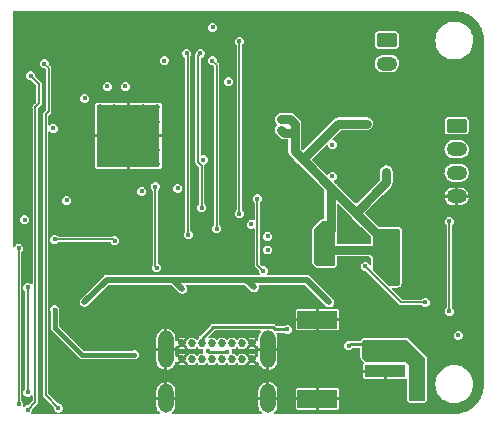
<source format=gbl>
G04 #@! TF.GenerationSoftware,KiCad,Pcbnew,(6.0.0)*
G04 #@! TF.CreationDate,2022-04-16T23:03:44-07:00*
G04 #@! TF.ProjectId,YellCube,59656c6c-4375-4626-952e-6b696361645f,rev?*
G04 #@! TF.SameCoordinates,Original*
G04 #@! TF.FileFunction,Copper,L4,Bot*
G04 #@! TF.FilePolarity,Positive*
%FSLAX46Y46*%
G04 Gerber Fmt 4.6, Leading zero omitted, Abs format (unit mm)*
G04 Created by KiCad (PCBNEW (6.0.0)) date 2022-04-16 23:03:44*
%MOMM*%
%LPD*%
G01*
G04 APERTURE LIST*
G04 Aperture macros list*
%AMRoundRect*
0 Rectangle with rounded corners*
0 $1 Rounding radius*
0 $2 $3 $4 $5 $6 $7 $8 $9 X,Y pos of 4 corners*
0 Add a 4 corners polygon primitive as box body*
4,1,4,$2,$3,$4,$5,$6,$7,$8,$9,$2,$3,0*
0 Add four circle primitives for the rounded corners*
1,1,$1+$1,$2,$3*
1,1,$1+$1,$4,$5*
1,1,$1+$1,$6,$7*
1,1,$1+$1,$8,$9*
0 Add four rect primitives between the rounded corners*
20,1,$1+$1,$2,$3,$4,$5,0*
20,1,$1+$1,$4,$5,$6,$7,0*
20,1,$1+$1,$6,$7,$8,$9,0*
20,1,$1+$1,$8,$9,$2,$3,0*%
G04 Aperture macros list end*
G04 #@! TA.AperFunction,ComponentPad*
%ADD10C,0.685800*%
G04 #@! TD*
G04 #@! TA.AperFunction,ComponentPad*
%ADD11O,1.300000X3.200000*%
G04 #@! TD*
G04 #@! TA.AperFunction,ComponentPad*
%ADD12O,1.300000X2.500000*%
G04 #@! TD*
G04 #@! TA.AperFunction,ComponentPad*
%ADD13RoundRect,0.250000X-0.625000X0.350000X-0.625000X-0.350000X0.625000X-0.350000X0.625000X0.350000X0*%
G04 #@! TD*
G04 #@! TA.AperFunction,ComponentPad*
%ADD14O,1.750000X1.200000*%
G04 #@! TD*
G04 #@! TA.AperFunction,ComponentPad*
%ADD15C,0.500000*%
G04 #@! TD*
G04 #@! TA.AperFunction,SMDPad,CuDef*
%ADD16R,5.300000X5.300000*%
G04 #@! TD*
G04 #@! TA.AperFunction,SMDPad,CuDef*
%ADD17R,3.500000X1.000000*%
G04 #@! TD*
G04 #@! TA.AperFunction,SMDPad,CuDef*
%ADD18R,3.400001X1.500000*%
G04 #@! TD*
G04 #@! TA.AperFunction,ViaPad*
%ADD19C,0.450000*%
G04 #@! TD*
G04 #@! TA.AperFunction,Conductor*
%ADD20C,0.152400*%
G04 #@! TD*
G04 #@! TA.AperFunction,Conductor*
%ADD21C,0.762000*%
G04 #@! TD*
G04 #@! TA.AperFunction,Conductor*
%ADD22C,0.508000*%
G04 #@! TD*
G04 #@! TA.AperFunction,Conductor*
%ADD23C,0.254000*%
G04 #@! TD*
G04 #@! TA.AperFunction,Conductor*
%ADD24C,0.381000*%
G04 #@! TD*
G04 #@! TA.AperFunction,Conductor*
%ADD25C,0.228854*%
G04 #@! TD*
G04 APERTURE END LIST*
D10*
X134329949Y-113845400D03*
X135179949Y-113845400D03*
X136029949Y-113845400D03*
X136879949Y-113845400D03*
X137729950Y-113845400D03*
X138579948Y-113845400D03*
X139429949Y-113845400D03*
X140279950Y-113845400D03*
X140279950Y-115195400D03*
X139429949Y-115195400D03*
X138579948Y-115195400D03*
X137729950Y-115195400D03*
X136879949Y-115195400D03*
X136029949Y-115195400D03*
X135179949Y-115195400D03*
X134329949Y-115195400D03*
D11*
X132984948Y-114345399D03*
X141624948Y-114345399D03*
D12*
X141624948Y-118495401D03*
X132984948Y-118495401D03*
D13*
X151680000Y-88154000D03*
D14*
X151680000Y-90154000D03*
D13*
X157600000Y-95400000D03*
D14*
X157600000Y-97400000D03*
X157600000Y-99400000D03*
X157600000Y-101400000D03*
D15*
X128615000Y-96267000D03*
X127415000Y-97467000D03*
X127415000Y-95067000D03*
X132215000Y-95067000D03*
X127415000Y-96267000D03*
X131015000Y-95067000D03*
X131015000Y-98667000D03*
X132215000Y-97467000D03*
X128615000Y-93867000D03*
X131015000Y-96267000D03*
X129815000Y-98667000D03*
X127415000Y-93867000D03*
X128615000Y-98667000D03*
D16*
X129815000Y-96267000D03*
D15*
X132215000Y-93867000D03*
X128615000Y-95067000D03*
X131015000Y-93867000D03*
X127415000Y-98667000D03*
X129815000Y-96267000D03*
X132215000Y-96267000D03*
X132215000Y-98667000D03*
X129815000Y-95067000D03*
X131015000Y-97467000D03*
X129815000Y-93867000D03*
X128615000Y-97467000D03*
X129815000Y-97467000D03*
D17*
X151567000Y-116189000D03*
X151567000Y-114189000D03*
D18*
X145816999Y-111838999D03*
X145816999Y-118539001D03*
D19*
X128016000Y-92075000D03*
X123444000Y-95631000D03*
X147066000Y-99695000D03*
X133985000Y-100711000D03*
X130937000Y-100965000D03*
X136144000Y-98298000D03*
X138303000Y-91694000D03*
X126111000Y-93091000D03*
X141592000Y-105931000D03*
X124587000Y-101727000D03*
X136935341Y-87096441D03*
X141605000Y-104775000D03*
X140208000Y-103759000D03*
X147066000Y-97028000D03*
X129540000Y-92075000D03*
X121031000Y-103378000D03*
X157734000Y-113157000D03*
X132842000Y-89916000D03*
X125222000Y-94869000D03*
X141478000Y-89027000D03*
X141097000Y-97790000D03*
X142748000Y-109855000D03*
X144907000Y-96393000D03*
X153416000Y-112395000D03*
X139827000Y-94234000D03*
X138303000Y-100330000D03*
X134239000Y-96774000D03*
X159512000Y-105410000D03*
X120396000Y-96266000D03*
X127381000Y-112395000D03*
X132080000Y-109093000D03*
X159512000Y-97790000D03*
X143256000Y-86106000D03*
X148336000Y-86106000D03*
X159512000Y-95250000D03*
X138303000Y-92710000D03*
X151003000Y-119507000D03*
X137922000Y-87122000D03*
X138684000Y-89281000D03*
X134366000Y-91567000D03*
X127635000Y-110363000D03*
X145796000Y-86106000D03*
X150876000Y-86106000D03*
X136525000Y-95123000D03*
X126873000Y-113411000D03*
X124587000Y-116840000D03*
X149225000Y-114427000D03*
X148844000Y-108966000D03*
X126238000Y-106553000D03*
X156210000Y-106553000D03*
X147193000Y-109601000D03*
X159512000Y-102870000D03*
X135001000Y-117729000D03*
X135340363Y-100381979D03*
X128143000Y-119507000D03*
X156210000Y-105537000D03*
X159512000Y-90170000D03*
X131064000Y-112649000D03*
X138557000Y-117094000D03*
X153543000Y-119507000D03*
X120396000Y-86106000D03*
X143891000Y-106299000D03*
X120396000Y-101346000D03*
X153543000Y-93980000D03*
X138303000Y-119507000D03*
X125349000Y-98679000D03*
X150114000Y-110109000D03*
X121158000Y-97155000D03*
X133096000Y-86106000D03*
X136641612Y-100393863D03*
X138176000Y-102235000D03*
X146812000Y-94488000D03*
X146685000Y-91567000D03*
X133223000Y-106299000D03*
X121793000Y-93345000D03*
X150368000Y-118237000D03*
X150749000Y-92964000D03*
X140462000Y-91694000D03*
X148971000Y-107696000D03*
X120396000Y-91186000D03*
X149479000Y-117221000D03*
X131445000Y-114808000D03*
X130683000Y-119507000D03*
X143609865Y-116411707D03*
X124079000Y-97155000D03*
X130556000Y-86106000D03*
X123571000Y-93345000D03*
X159512000Y-115570000D03*
X136271000Y-97282000D03*
X136144000Y-107442000D03*
X139827000Y-92202000D03*
X138938000Y-87376000D03*
X157607000Y-112141000D03*
X121158000Y-108204000D03*
X148463000Y-119507000D03*
X143764000Y-101981000D03*
X159512000Y-110490000D03*
X135890000Y-104648000D03*
X157607000Y-114173000D03*
X129286000Y-115443000D03*
X143383000Y-119507000D03*
X153162000Y-92964000D03*
X128778000Y-109601000D03*
X124587000Y-114681000D03*
X143891000Y-103251000D03*
X124841000Y-93345000D03*
X144399000Y-109728000D03*
X141986000Y-109220000D03*
X136525000Y-92583000D03*
X159512000Y-100330000D03*
X143764000Y-90551000D03*
X144526000Y-100711000D03*
X140843000Y-86741000D03*
X159512000Y-92710000D03*
X120396000Y-88646000D03*
X139954000Y-116205000D03*
X123571000Y-101346000D03*
X120396000Y-98806000D03*
X132080000Y-111125000D03*
X122936000Y-86106000D03*
X159512000Y-107950000D03*
X149225000Y-101092000D03*
X146685000Y-87503000D03*
X156210000Y-107823000D03*
X128016000Y-86106000D03*
X128016000Y-116840000D03*
X121285000Y-94869000D03*
X128778000Y-111887000D03*
X124206000Y-94869000D03*
X138176000Y-96901000D03*
X123698000Y-91948000D03*
X150495000Y-102743000D03*
X141351000Y-100076000D03*
X146812000Y-108458000D03*
X149225000Y-113411000D03*
X123444000Y-94869000D03*
X121031000Y-102362000D03*
X120396000Y-103886000D03*
X148082000Y-96139000D03*
X142748000Y-110998000D03*
X143891000Y-105283000D03*
X124587000Y-104013000D03*
X131445000Y-118237000D03*
X136398000Y-109474000D03*
X137922000Y-98679000D03*
X153416000Y-86106000D03*
X130429000Y-117602000D03*
X143891000Y-104267000D03*
X123444000Y-98806000D03*
X130302000Y-111887000D03*
X122099749Y-90634867D03*
X135763000Y-119507000D03*
X139827000Y-96393000D03*
X132969000Y-100965000D03*
X135382000Y-85979000D03*
X156210000Y-108712000D03*
X134366000Y-90551000D03*
X131445000Y-105410000D03*
X132080000Y-112141000D03*
X156210000Y-104394000D03*
X156210000Y-109855000D03*
X125476000Y-86106000D03*
X155067000Y-110998000D03*
X141732000Y-85979000D03*
X143764000Y-88646000D03*
X149098000Y-88265000D03*
X143891000Y-107315000D03*
X128270000Y-107569000D03*
X148844000Y-104521000D03*
X125095000Y-97155000D03*
X125603000Y-119507000D03*
X149225000Y-115824000D03*
X151892000Y-92964000D03*
X149098000Y-89535000D03*
X120396000Y-94869000D03*
X149987000Y-93726000D03*
X134874000Y-115951000D03*
X149098000Y-90932000D03*
X159512000Y-113030000D03*
X132080000Y-110109000D03*
X142748000Y-112141000D03*
X120396000Y-93345000D03*
X143002000Y-100711000D03*
X132207000Y-107442000D03*
X132080000Y-100584000D03*
X123571000Y-105029000D03*
X128651000Y-105156000D03*
X146177000Y-103886000D03*
X142748000Y-95758000D03*
X152146000Y-106934000D03*
X146939000Y-106680000D03*
X152146000Y-108585000D03*
X151257000Y-107696000D03*
X151638000Y-99314000D03*
X152400000Y-104648000D03*
X142748000Y-94869000D03*
X151003000Y-104648000D03*
X151638000Y-104648000D03*
X146939000Y-105156000D03*
X149987000Y-95250000D03*
X140449000Y-109106000D03*
X146812000Y-110363000D03*
X134379000Y-109233000D03*
X126090000Y-110342000D03*
X154305000Y-118237000D03*
X148463000Y-114046000D03*
X154305000Y-116967000D03*
X154305000Y-115697000D03*
X153162000Y-115062000D03*
X130302000Y-114808000D03*
X123571000Y-110998000D03*
X143256000Y-112649000D03*
X136514627Y-114466281D03*
X138176000Y-114554000D03*
X120523000Y-118999000D03*
X120523000Y-105791000D03*
X121285000Y-109093000D03*
X121285000Y-117983000D03*
X121285000Y-119452100D03*
X121539000Y-91186000D03*
X123884247Y-119311931D03*
X122682000Y-90170000D03*
X135890000Y-89281000D03*
X136017000Y-102362000D03*
X134747000Y-89281000D03*
X134874000Y-104648000D03*
X149860000Y-107315000D03*
X154940000Y-110363000D03*
X140716000Y-101600000D03*
X141224000Y-107696000D03*
X137287000Y-104140000D03*
X136906000Y-89916000D03*
X156972000Y-111125000D03*
X156972000Y-103505000D03*
X139192000Y-102870000D03*
X139192000Y-88265000D03*
D20*
X132080000Y-100584000D02*
X132080000Y-107315000D01*
X132080000Y-107315000D02*
X132207000Y-107442000D01*
X123571000Y-105029000D02*
X128524000Y-105029000D01*
X128524000Y-105029000D02*
X128651000Y-105156000D01*
D21*
X150372089Y-105922089D02*
X146939000Y-105922089D01*
X150749000Y-106299000D02*
X150372089Y-105922089D01*
X146939000Y-100838000D02*
X146939000Y-104267000D01*
X143891000Y-95250000D02*
X143510000Y-94869000D01*
X143891000Y-96012000D02*
X143002000Y-96012000D01*
X151638000Y-104648000D02*
X150947151Y-104648000D01*
X143510000Y-94869000D02*
X142748000Y-94869000D01*
X143891000Y-96012000D02*
X143891000Y-95250000D01*
X149070075Y-102770925D02*
X147038075Y-100738925D01*
X150947151Y-104648000D02*
X149070075Y-102770925D01*
X147038075Y-100738925D02*
X144561575Y-98262425D01*
X149070075Y-102770925D02*
X151638000Y-100203000D01*
X143002000Y-96012000D02*
X142748000Y-95758000D01*
X151638000Y-100203000D02*
X151638000Y-99314000D01*
X144561575Y-98262425D02*
X147574000Y-95250000D01*
X147574000Y-95250000D02*
X149987000Y-95250000D01*
X147038075Y-100738925D02*
X146939000Y-100838000D01*
X144561575Y-98262425D02*
X143891000Y-97591849D01*
X143891000Y-97591849D02*
X143891000Y-96012000D01*
D22*
X127969911Y-108462089D02*
X126090000Y-110342000D01*
X139805089Y-108462089D02*
X140449000Y-109106000D01*
X139805089Y-108462089D02*
X144911089Y-108462089D01*
X144911089Y-108462089D02*
X146812000Y-110363000D01*
X133608089Y-108462089D02*
X139805089Y-108462089D01*
X134379000Y-109233000D02*
X133608089Y-108462089D01*
X133608089Y-108462089D02*
X127969911Y-108462089D01*
D23*
X151301089Y-113923089D02*
X151567000Y-114189000D01*
X148585911Y-113923089D02*
X151301089Y-113923089D01*
X148463000Y-114046000D02*
X148585911Y-113923089D01*
D24*
X125857000Y-114808000D02*
X130302000Y-114808000D01*
X123571000Y-110998000D02*
X123571000Y-112522000D01*
X123571000Y-112522000D02*
X125857000Y-114808000D01*
D23*
X143256000Y-112649000D02*
X142192240Y-112649000D01*
X137000281Y-112466479D02*
X136029949Y-113436811D01*
X142192240Y-112649000D02*
X142009719Y-112466479D01*
X136029949Y-113436811D02*
X136029949Y-113845400D01*
X142009719Y-112466479D02*
X137000281Y-112466479D01*
D25*
X136602346Y-114554000D02*
X136514627Y-114466281D01*
X138176000Y-114554000D02*
X136602346Y-114554000D01*
D20*
X120523000Y-118999000D02*
X120523000Y-105791000D01*
X121285000Y-109093000D02*
X121285000Y-117983000D01*
X121920000Y-118817100D02*
X121920000Y-93858797D01*
X121920000Y-93858797D02*
X122246111Y-93532686D01*
X122246111Y-93532686D02*
X122246111Y-91893111D01*
X121285000Y-119452100D02*
X121920000Y-118817100D01*
X122246111Y-91893111D02*
X121539000Y-91186000D01*
X123884247Y-119311931D02*
X122809000Y-118236684D01*
X122809000Y-118236684D02*
X122809000Y-94449187D01*
X123063000Y-90551000D02*
X122682000Y-90170000D01*
X123063000Y-94195187D02*
X123063000Y-90551000D01*
X122809000Y-94449187D02*
X123063000Y-94195187D01*
X135690889Y-98485686D02*
X135690889Y-89480111D01*
X136017000Y-98751111D02*
X135956314Y-98751111D01*
X136017000Y-102362000D02*
X136017000Y-98751111D01*
X135956314Y-98751111D02*
X135690889Y-98485686D01*
X135690889Y-89480111D02*
X135890000Y-89281000D01*
X134819111Y-104593111D02*
X134819111Y-89353111D01*
X134874000Y-104648000D02*
X134819111Y-104593111D01*
X134819111Y-89353111D02*
X134747000Y-89281000D01*
X140716000Y-107188000D02*
X141224000Y-107696000D01*
X149860000Y-107315000D02*
X152908000Y-110363000D01*
X152908000Y-110363000D02*
X154940000Y-110363000D01*
X140716000Y-101600000D02*
X140716000Y-107188000D01*
X137287000Y-90297000D02*
X136906000Y-89916000D01*
X137287000Y-104140000D02*
X137287000Y-90297000D01*
X156972000Y-103505000D02*
X156972000Y-111125000D01*
X139192000Y-102870000D02*
X139192000Y-88265000D01*
G04 #@! TA.AperFunction,Conductor*
G36*
X157375862Y-85681926D02*
G01*
X157400000Y-85685749D01*
X157405846Y-85684823D01*
X157405849Y-85684823D01*
X157413590Y-85683597D01*
X157429894Y-85682808D01*
X157699095Y-85699092D01*
X157708109Y-85700187D01*
X157998360Y-85753377D01*
X158007177Y-85755550D01*
X158133575Y-85794937D01*
X158288911Y-85843342D01*
X158297391Y-85846558D01*
X158566491Y-85967670D01*
X158574527Y-85971887D01*
X158827074Y-86124557D01*
X158834533Y-86129706D01*
X159066827Y-86311697D01*
X159073624Y-86317719D01*
X159282281Y-86526376D01*
X159288303Y-86533173D01*
X159470294Y-86765467D01*
X159475443Y-86772926D01*
X159603075Y-86984055D01*
X159628112Y-87025471D01*
X159632330Y-87033509D01*
X159733755Y-87258864D01*
X159753440Y-87302603D01*
X159756658Y-87311089D01*
X159787065Y-87408669D01*
X159844450Y-87592823D01*
X159846623Y-87601640D01*
X159899813Y-87891891D01*
X159900908Y-87900905D01*
X159917192Y-88170106D01*
X159916403Y-88186410D01*
X159915177Y-88194151D01*
X159914251Y-88200000D01*
X159915177Y-88205846D01*
X159918074Y-88224137D01*
X159919000Y-88235901D01*
X159919000Y-117264099D01*
X159918074Y-117275862D01*
X159914251Y-117300000D01*
X159915177Y-117305846D01*
X159915177Y-117305849D01*
X159916403Y-117313590D01*
X159917192Y-117329894D01*
X159900908Y-117599095D01*
X159899813Y-117608109D01*
X159846623Y-117898360D01*
X159844450Y-117907177D01*
X159806532Y-118028859D01*
X159779007Y-118117193D01*
X159756660Y-118188906D01*
X159753442Y-118197391D01*
X159655478Y-118415060D01*
X159632332Y-118466488D01*
X159628113Y-118474527D01*
X159475443Y-118727074D01*
X159470294Y-118734533D01*
X159303405Y-118947551D01*
X159288303Y-118966827D01*
X159282281Y-118973624D01*
X159073624Y-119182281D01*
X159066827Y-119188303D01*
X158834533Y-119370294D01*
X158827074Y-119375443D01*
X158574529Y-119528112D01*
X158566491Y-119532330D01*
X158297391Y-119653442D01*
X158288911Y-119656658D01*
X158179905Y-119690626D01*
X158007177Y-119744450D01*
X157998360Y-119746623D01*
X157708109Y-119799813D01*
X157699095Y-119800908D01*
X157429894Y-119817192D01*
X157413590Y-119816403D01*
X157405849Y-119815177D01*
X157405846Y-119815177D01*
X157400000Y-119814251D01*
X157378300Y-119817688D01*
X157375863Y-119818074D01*
X157364099Y-119819000D01*
X142217206Y-119819000D01*
X142168868Y-119801407D01*
X142143148Y-119756858D01*
X142152081Y-119706200D01*
X142164591Y-119690072D01*
X142247695Y-119608691D01*
X142252974Y-119602219D01*
X142345941Y-119457962D01*
X142349651Y-119450488D01*
X142404308Y-119300317D01*
X143964599Y-119300317D01*
X143965320Y-119307638D01*
X143971996Y-119341199D01*
X143977557Y-119354624D01*
X144003013Y-119392721D01*
X144013279Y-119402987D01*
X144051376Y-119428443D01*
X144064801Y-119434004D01*
X144098362Y-119440680D01*
X144105683Y-119441401D01*
X145676740Y-119441401D01*
X145686897Y-119437704D01*
X145689999Y-119432332D01*
X145689999Y-119428142D01*
X145943999Y-119428142D01*
X145947696Y-119438299D01*
X145953068Y-119441401D01*
X147528315Y-119441401D01*
X147535636Y-119440680D01*
X147569197Y-119434004D01*
X147582622Y-119428443D01*
X147620719Y-119402987D01*
X147630985Y-119392721D01*
X147656441Y-119354624D01*
X147662002Y-119341199D01*
X147668678Y-119307638D01*
X147669399Y-119300317D01*
X147669399Y-118679260D01*
X147665702Y-118669103D01*
X147660330Y-118666001D01*
X145957258Y-118666001D01*
X145947101Y-118669698D01*
X145943999Y-118675070D01*
X145943999Y-119428142D01*
X145689999Y-119428142D01*
X145689999Y-118679260D01*
X145686302Y-118669103D01*
X145680930Y-118666001D01*
X143977858Y-118666001D01*
X143967701Y-118669698D01*
X143964599Y-118675070D01*
X143964599Y-119300317D01*
X142404308Y-119300317D01*
X142408345Y-119289226D01*
X142410311Y-119281099D01*
X142427051Y-119148590D01*
X142427348Y-119143869D01*
X142427348Y-118635660D01*
X142423651Y-118625503D01*
X142418279Y-118622401D01*
X140835807Y-118622401D01*
X140825650Y-118626098D01*
X140822548Y-118631470D01*
X140822548Y-119138554D01*
X140822784Y-119142764D01*
X140837068Y-119270111D01*
X140838921Y-119278271D01*
X140895357Y-119440331D01*
X140898966Y-119447865D01*
X140989905Y-119593396D01*
X140995100Y-119599952D01*
X141085328Y-119690811D01*
X141106905Y-119737507D01*
X141093419Y-119787147D01*
X141051179Y-119816505D01*
X141031969Y-119819000D01*
X133577206Y-119819000D01*
X133528868Y-119801407D01*
X133503148Y-119756858D01*
X133512081Y-119706200D01*
X133524591Y-119690072D01*
X133607695Y-119608691D01*
X133612974Y-119602219D01*
X133705941Y-119457962D01*
X133709651Y-119450488D01*
X133768345Y-119289226D01*
X133770311Y-119281099D01*
X133787051Y-119148590D01*
X133787348Y-119143869D01*
X133787348Y-118635660D01*
X133783651Y-118625503D01*
X133778279Y-118622401D01*
X132195807Y-118622401D01*
X132185650Y-118626098D01*
X132182548Y-118631470D01*
X132182548Y-119138554D01*
X132182784Y-119142764D01*
X132197068Y-119270111D01*
X132198921Y-119278271D01*
X132255357Y-119440331D01*
X132258966Y-119447865D01*
X132349905Y-119593396D01*
X132355100Y-119599952D01*
X132445328Y-119690811D01*
X132466905Y-119737507D01*
X132453419Y-119787147D01*
X132411179Y-119816505D01*
X132391969Y-119819000D01*
X124033604Y-119819000D01*
X123985266Y-119801407D01*
X123959546Y-119756858D01*
X123968479Y-119706200D01*
X124003508Y-119677834D01*
X124002480Y-119675816D01*
X124103863Y-119624159D01*
X124103864Y-119624158D01*
X124109140Y-119621470D01*
X124193786Y-119536824D01*
X124248132Y-119430164D01*
X124260096Y-119354624D01*
X124265932Y-119317778D01*
X124266858Y-119311931D01*
X124265932Y-119306081D01*
X124249058Y-119199545D01*
X124248132Y-119193698D01*
X124211730Y-119122255D01*
X124196475Y-119092315D01*
X124196474Y-119092314D01*
X124193786Y-119087038D01*
X124109140Y-119002392D01*
X124091008Y-118993153D01*
X124026055Y-118960058D01*
X124002480Y-118948046D01*
X123934846Y-118937334D01*
X123890094Y-118930246D01*
X123884247Y-118929320D01*
X123871487Y-118931341D01*
X123820994Y-118921523D01*
X123806553Y-118910240D01*
X123295055Y-118398742D01*
X143964599Y-118398742D01*
X143968296Y-118408899D01*
X143973668Y-118412001D01*
X145676740Y-118412001D01*
X145686897Y-118408304D01*
X145689999Y-118402932D01*
X145689999Y-118398742D01*
X145943999Y-118398742D01*
X145947696Y-118408899D01*
X145953068Y-118412001D01*
X147656140Y-118412001D01*
X147666297Y-118408304D01*
X147669399Y-118402932D01*
X147669399Y-117777685D01*
X147668678Y-117770364D01*
X147662002Y-117736803D01*
X147656441Y-117723378D01*
X147630985Y-117685281D01*
X147620719Y-117675015D01*
X147582622Y-117649559D01*
X147569197Y-117643998D01*
X147535636Y-117637322D01*
X147528315Y-117636601D01*
X145957258Y-117636601D01*
X145947101Y-117640298D01*
X145943999Y-117645670D01*
X145943999Y-118398742D01*
X145689999Y-118398742D01*
X145689999Y-117649860D01*
X145686302Y-117639703D01*
X145680930Y-117636601D01*
X144105683Y-117636601D01*
X144098362Y-117637322D01*
X144064801Y-117643998D01*
X144051376Y-117649559D01*
X144013279Y-117675015D01*
X144003013Y-117685281D01*
X143977557Y-117723378D01*
X143971996Y-117736803D01*
X143965320Y-117770364D01*
X143964599Y-117777685D01*
X143964599Y-118398742D01*
X123295055Y-118398742D01*
X123251455Y-118355142D01*
X132182548Y-118355142D01*
X132186245Y-118365299D01*
X132191617Y-118368401D01*
X132844689Y-118368401D01*
X132854846Y-118364704D01*
X132857948Y-118359332D01*
X132857948Y-118355142D01*
X133111948Y-118355142D01*
X133115645Y-118365299D01*
X133121017Y-118368401D01*
X133774089Y-118368401D01*
X133784246Y-118364704D01*
X133787348Y-118359332D01*
X133787348Y-118355142D01*
X140822548Y-118355142D01*
X140826245Y-118365299D01*
X140831617Y-118368401D01*
X141484689Y-118368401D01*
X141494846Y-118364704D01*
X141497948Y-118359332D01*
X141497948Y-118355142D01*
X141751948Y-118355142D01*
X141755645Y-118365299D01*
X141761017Y-118368401D01*
X142414089Y-118368401D01*
X142424246Y-118364704D01*
X142427348Y-118359332D01*
X142427348Y-117852248D01*
X142427112Y-117848038D01*
X142412828Y-117720691D01*
X142410975Y-117712531D01*
X142354539Y-117550471D01*
X142350930Y-117542937D01*
X142259991Y-117397406D01*
X142254800Y-117390855D01*
X142133873Y-117269082D01*
X142127371Y-117263854D01*
X141982475Y-117171899D01*
X141974961Y-117168234D01*
X141813292Y-117110667D01*
X141805165Y-117108761D01*
X141765113Y-117103985D01*
X141754592Y-117106453D01*
X141751948Y-117109987D01*
X141751948Y-118355142D01*
X141497948Y-118355142D01*
X141497948Y-117115144D01*
X141494251Y-117104987D01*
X141490275Y-117102691D01*
X141455738Y-117106321D01*
X141447571Y-117108117D01*
X141285124Y-117163418D01*
X141277559Y-117166977D01*
X141131393Y-117256899D01*
X141124814Y-117262039D01*
X141002201Y-117382111D01*
X140996922Y-117388583D01*
X140903955Y-117532840D01*
X140900245Y-117540314D01*
X140841551Y-117701576D01*
X140839585Y-117709703D01*
X140822845Y-117842212D01*
X140822548Y-117846933D01*
X140822548Y-118355142D01*
X133787348Y-118355142D01*
X133787348Y-117852248D01*
X133787112Y-117848038D01*
X133772828Y-117720691D01*
X133770975Y-117712531D01*
X133714539Y-117550471D01*
X133710930Y-117542937D01*
X133619991Y-117397406D01*
X133614800Y-117390855D01*
X133493873Y-117269082D01*
X133487371Y-117263854D01*
X133342475Y-117171899D01*
X133334961Y-117168234D01*
X133173292Y-117110667D01*
X133165165Y-117108761D01*
X133125113Y-117103985D01*
X133114592Y-117106453D01*
X133111948Y-117109987D01*
X133111948Y-118355142D01*
X132857948Y-118355142D01*
X132857948Y-117115144D01*
X132854251Y-117104987D01*
X132850275Y-117102691D01*
X132815738Y-117106321D01*
X132807571Y-117108117D01*
X132645124Y-117163418D01*
X132637559Y-117166977D01*
X132491393Y-117256899D01*
X132484814Y-117262039D01*
X132362201Y-117382111D01*
X132356922Y-117388583D01*
X132263955Y-117532840D01*
X132260245Y-117540314D01*
X132201551Y-117701576D01*
X132199585Y-117709703D01*
X132182845Y-117842212D01*
X132182548Y-117846933D01*
X132182548Y-118355142D01*
X123251455Y-118355142D01*
X123060126Y-118163813D01*
X123038386Y-118117193D01*
X123038100Y-118110639D01*
X123038100Y-116700316D01*
X149664600Y-116700316D01*
X149665321Y-116707637D01*
X149671997Y-116741198D01*
X149677558Y-116754623D01*
X149703014Y-116792720D01*
X149713280Y-116802986D01*
X149751377Y-116828442D01*
X149764802Y-116834003D01*
X149798363Y-116840679D01*
X149805684Y-116841400D01*
X151426741Y-116841400D01*
X151436898Y-116837703D01*
X151440000Y-116832331D01*
X151440000Y-116329259D01*
X151436303Y-116319102D01*
X151430931Y-116316000D01*
X149677859Y-116316000D01*
X149667702Y-116319697D01*
X149664600Y-116325069D01*
X149664600Y-116700316D01*
X123038100Y-116700316D01*
X123038100Y-115338552D01*
X132182548Y-115338552D01*
X132182784Y-115342762D01*
X132197068Y-115470109D01*
X132198921Y-115478269D01*
X132255357Y-115640329D01*
X132258966Y-115647863D01*
X132349905Y-115793394D01*
X132355096Y-115799945D01*
X132476023Y-115921718D01*
X132482525Y-115926946D01*
X132627421Y-116018901D01*
X132634935Y-116022566D01*
X132796604Y-116080133D01*
X132804731Y-116082039D01*
X132844783Y-116086815D01*
X132855304Y-116084347D01*
X132857948Y-116080813D01*
X132857948Y-116075656D01*
X133111948Y-116075656D01*
X133115645Y-116085813D01*
X133119621Y-116088109D01*
X133154158Y-116084479D01*
X133162325Y-116082683D01*
X133324772Y-116027382D01*
X133332337Y-116023823D01*
X133478503Y-115933901D01*
X133485082Y-115928761D01*
X133607695Y-115808689D01*
X133612974Y-115802217D01*
X133705941Y-115657960D01*
X133709651Y-115650486D01*
X133718984Y-115624843D01*
X134085341Y-115624843D01*
X134086231Y-115628167D01*
X134086383Y-115628315D01*
X134110062Y-115644077D01*
X134119642Y-115648646D01*
X134244826Y-115687756D01*
X134255309Y-115689454D01*
X134386436Y-115691858D01*
X134396971Y-115690546D01*
X134523513Y-115656047D01*
X134533244Y-115651835D01*
X134567503Y-115630800D01*
X134574227Y-115622333D01*
X134574154Y-115619634D01*
X134573344Y-115618400D01*
X134339326Y-115384382D01*
X134329527Y-115379813D01*
X134323536Y-115381418D01*
X134089910Y-115615044D01*
X134085341Y-115624843D01*
X133718984Y-115624843D01*
X133768345Y-115489224D01*
X133771299Y-115477014D01*
X133772706Y-115477354D01*
X133793678Y-115436563D01*
X133841102Y-115416636D01*
X133890239Y-115431855D01*
X133899087Y-115439746D01*
X133901355Y-115442116D01*
X133906556Y-115439188D01*
X134140967Y-115204777D01*
X134145142Y-115195822D01*
X134514362Y-115195822D01*
X134515967Y-115201813D01*
X134729366Y-115415212D01*
X134745023Y-115438100D01*
X134752542Y-115455189D01*
X134752545Y-115455193D01*
X134754701Y-115460094D01*
X134846084Y-115568807D01*
X134850543Y-115571775D01*
X134850544Y-115571776D01*
X134858119Y-115576818D01*
X134964307Y-115647503D01*
X134969419Y-115649100D01*
X134969421Y-115649101D01*
X135069730Y-115680440D01*
X135099865Y-115689855D01*
X135164915Y-115691047D01*
X135236499Y-115692359D01*
X135236501Y-115692359D01*
X135241861Y-115692457D01*
X135247032Y-115691047D01*
X135247034Y-115691047D01*
X135368393Y-115657960D01*
X135378880Y-115655101D01*
X135386397Y-115650486D01*
X135495342Y-115583594D01*
X135495343Y-115583594D01*
X135499907Y-115580791D01*
X135503501Y-115576821D01*
X135503504Y-115576818D01*
X135548997Y-115526557D01*
X135594478Y-115502526D01*
X135644766Y-115513352D01*
X135662314Y-115528633D01*
X135663750Y-115530341D01*
X135696084Y-115568807D01*
X135700543Y-115571775D01*
X135700544Y-115571776D01*
X135708119Y-115576818D01*
X135814307Y-115647503D01*
X135819419Y-115649100D01*
X135819421Y-115649101D01*
X135919730Y-115680440D01*
X135949865Y-115689855D01*
X136014915Y-115691047D01*
X136086499Y-115692359D01*
X136086501Y-115692359D01*
X136091861Y-115692457D01*
X136097032Y-115691047D01*
X136097034Y-115691047D01*
X136218393Y-115657960D01*
X136228880Y-115655101D01*
X136236397Y-115650486D01*
X136345342Y-115583594D01*
X136345343Y-115583594D01*
X136349907Y-115580791D01*
X136353501Y-115576821D01*
X136353504Y-115576818D01*
X136398997Y-115526557D01*
X136444478Y-115502526D01*
X136494766Y-115513352D01*
X136512314Y-115528633D01*
X136513750Y-115530341D01*
X136546084Y-115568807D01*
X136550543Y-115571775D01*
X136550544Y-115571776D01*
X136558119Y-115576818D01*
X136664307Y-115647503D01*
X136669419Y-115649100D01*
X136669421Y-115649101D01*
X136769730Y-115680440D01*
X136799865Y-115689855D01*
X136864915Y-115691047D01*
X136936499Y-115692359D01*
X136936501Y-115692359D01*
X136941861Y-115692457D01*
X136947032Y-115691047D01*
X136947034Y-115691047D01*
X137068393Y-115657960D01*
X137078880Y-115655101D01*
X137086397Y-115650486D01*
X137195342Y-115583594D01*
X137195343Y-115583594D01*
X137199907Y-115580791D01*
X137203499Y-115576823D01*
X137203501Y-115576821D01*
X137248998Y-115526556D01*
X137294480Y-115502526D01*
X137344768Y-115513352D01*
X137362315Y-115528633D01*
X137363751Y-115530341D01*
X137396085Y-115568807D01*
X137400544Y-115571775D01*
X137400545Y-115571776D01*
X137408120Y-115576818D01*
X137514308Y-115647503D01*
X137519420Y-115649100D01*
X137519422Y-115649101D01*
X137619731Y-115680440D01*
X137649866Y-115689855D01*
X137714916Y-115691047D01*
X137786500Y-115692359D01*
X137786502Y-115692359D01*
X137791862Y-115692457D01*
X137797033Y-115691047D01*
X137797035Y-115691047D01*
X137918394Y-115657960D01*
X137928881Y-115655101D01*
X137936398Y-115650486D01*
X138045343Y-115583594D01*
X138045344Y-115583594D01*
X138049908Y-115580791D01*
X138053500Y-115576823D01*
X138053502Y-115576821D01*
X138098997Y-115526558D01*
X138144479Y-115502528D01*
X138194767Y-115513354D01*
X138212313Y-115528633D01*
X138246083Y-115568807D01*
X138250542Y-115571775D01*
X138250543Y-115571776D01*
X138258118Y-115576818D01*
X138364306Y-115647503D01*
X138369418Y-115649100D01*
X138369420Y-115649101D01*
X138469729Y-115680440D01*
X138499864Y-115689855D01*
X138564914Y-115691047D01*
X138636498Y-115692359D01*
X138636500Y-115692359D01*
X138641860Y-115692457D01*
X138647031Y-115691047D01*
X138647033Y-115691047D01*
X138768392Y-115657960D01*
X138778879Y-115655101D01*
X138786396Y-115650486D01*
X138895341Y-115583594D01*
X138895342Y-115583594D01*
X138899906Y-115580791D01*
X138903498Y-115576823D01*
X138903500Y-115576821D01*
X138948997Y-115526556D01*
X138994479Y-115502526D01*
X139044767Y-115513352D01*
X139062314Y-115528633D01*
X139063750Y-115530341D01*
X139096084Y-115568807D01*
X139100543Y-115571775D01*
X139100544Y-115571776D01*
X139108119Y-115576818D01*
X139214307Y-115647503D01*
X139219419Y-115649100D01*
X139219421Y-115649101D01*
X139319730Y-115680440D01*
X139349865Y-115689855D01*
X139414915Y-115691047D01*
X139486499Y-115692359D01*
X139486501Y-115692359D01*
X139491861Y-115692457D01*
X139497032Y-115691047D01*
X139497034Y-115691047D01*
X139618393Y-115657960D01*
X139628880Y-115655101D01*
X139636397Y-115650486D01*
X139678161Y-115624843D01*
X140035342Y-115624843D01*
X140036232Y-115628167D01*
X140036384Y-115628315D01*
X140060063Y-115644077D01*
X140069643Y-115648646D01*
X140194827Y-115687756D01*
X140205310Y-115689454D01*
X140336437Y-115691858D01*
X140346972Y-115690546D01*
X140473514Y-115656047D01*
X140483245Y-115651835D01*
X140517504Y-115630800D01*
X140524228Y-115622333D01*
X140524155Y-115619634D01*
X140523345Y-115618400D01*
X140289327Y-115384382D01*
X140279528Y-115379813D01*
X140273537Y-115381418D01*
X140039911Y-115615044D01*
X140035342Y-115624843D01*
X139678161Y-115624843D01*
X139745342Y-115583594D01*
X139745343Y-115583594D01*
X139749907Y-115580791D01*
X139753499Y-115576823D01*
X139753501Y-115576821D01*
X139798998Y-115526556D01*
X139845212Y-115475499D01*
X139863145Y-115438484D01*
X139877646Y-115418099D01*
X140090968Y-115204777D01*
X140095143Y-115195822D01*
X140464363Y-115195822D01*
X140465968Y-115201813D01*
X140699966Y-115435811D01*
X140709765Y-115440380D01*
X140715865Y-115438746D01*
X140752443Y-115417985D01*
X140803034Y-115427291D01*
X140835808Y-115466939D01*
X140838286Y-115475476D01*
X140838919Y-115478264D01*
X140895357Y-115640329D01*
X140898966Y-115647863D01*
X140989905Y-115793394D01*
X140995096Y-115799945D01*
X141116023Y-115921718D01*
X141122525Y-115926946D01*
X141267421Y-116018901D01*
X141274935Y-116022566D01*
X141436604Y-116080133D01*
X141444731Y-116082039D01*
X141484783Y-116086815D01*
X141495304Y-116084347D01*
X141497948Y-116080813D01*
X141497948Y-116075656D01*
X141751948Y-116075656D01*
X141755645Y-116085813D01*
X141759621Y-116088109D01*
X141794158Y-116084479D01*
X141802325Y-116082683D01*
X141964772Y-116027382D01*
X141972337Y-116023823D01*
X142118503Y-115933901D01*
X142125082Y-115928761D01*
X142247695Y-115808689D01*
X142252974Y-115802217D01*
X142345941Y-115657960D01*
X142349651Y-115650486D01*
X142408345Y-115489224D01*
X142410311Y-115481097D01*
X142427051Y-115348588D01*
X142427348Y-115343867D01*
X142427348Y-114485658D01*
X142423651Y-114475501D01*
X142418279Y-114472399D01*
X141765207Y-114472399D01*
X141755050Y-114476096D01*
X141751948Y-114481468D01*
X141751948Y-116075656D01*
X141497948Y-116075656D01*
X141497948Y-114485658D01*
X141494251Y-114475501D01*
X141488879Y-114472399D01*
X140835807Y-114472399D01*
X140825650Y-114476096D01*
X140822548Y-114481468D01*
X140822548Y-114881819D01*
X140804955Y-114930157D01*
X140760406Y-114955877D01*
X140735343Y-114951457D01*
X140735309Y-114951808D01*
X140707908Y-114949145D01*
X140703017Y-114951938D01*
X140468932Y-115186023D01*
X140464363Y-115195822D01*
X140095143Y-115195822D01*
X140095537Y-115194978D01*
X140093932Y-115188987D01*
X139879461Y-114974516D01*
X139864179Y-114952467D01*
X139864121Y-114952339D01*
X139851932Y-114925531D01*
X139798046Y-114862993D01*
X139762721Y-114821996D01*
X139762718Y-114821993D01*
X139759227Y-114817942D01*
X139748656Y-114811090D01*
X139682603Y-114768276D01*
X140035556Y-114768276D01*
X140035672Y-114771222D01*
X140036258Y-114772103D01*
X140270573Y-115006418D01*
X140280372Y-115010987D01*
X140286363Y-115009382D01*
X140519750Y-114775995D01*
X140524319Y-114766196D01*
X140523492Y-114763111D01*
X140523035Y-114762670D01*
X140494339Y-114744070D01*
X140484707Y-114739620D01*
X140359047Y-114702038D01*
X140348556Y-114700470D01*
X140217393Y-114699670D01*
X140206889Y-114701109D01*
X140080772Y-114737153D01*
X140071097Y-114741481D01*
X140042173Y-114759730D01*
X140035556Y-114768276D01*
X139682603Y-114768276D01*
X139644548Y-114743610D01*
X139644547Y-114743610D01*
X139640052Y-114740696D01*
X139503986Y-114700004D01*
X139498630Y-114699971D01*
X139498628Y-114699971D01*
X139435279Y-114699584D01*
X139361969Y-114699136D01*
X139225417Y-114738163D01*
X139105307Y-114813947D01*
X139098198Y-114821997D01*
X139061379Y-114863686D01*
X139016194Y-114888270D01*
X138965778Y-114878059D01*
X138948045Y-114862993D01*
X138912723Y-114821999D01*
X138912718Y-114821995D01*
X138909226Y-114817942D01*
X138898655Y-114811090D01*
X138794547Y-114743610D01*
X138794546Y-114743610D01*
X138790051Y-114740696D01*
X138653985Y-114700004D01*
X138648629Y-114699971D01*
X138648627Y-114699971D01*
X138623104Y-114699815D01*
X138574875Y-114681926D01*
X138549428Y-114637221D01*
X138549290Y-114612852D01*
X138557685Y-114559847D01*
X138558611Y-114554000D01*
X138539885Y-114435767D01*
X138540567Y-114435659D01*
X138542199Y-114388950D01*
X138576620Y-114350723D01*
X138613300Y-114341934D01*
X138636497Y-114342359D01*
X138636499Y-114342359D01*
X138641860Y-114342457D01*
X138647031Y-114341047D01*
X138647033Y-114341047D01*
X138720293Y-114321073D01*
X138778879Y-114305101D01*
X138818458Y-114280800D01*
X138895341Y-114233594D01*
X138895342Y-114233594D01*
X138899906Y-114230791D01*
X138903498Y-114226823D01*
X138903500Y-114226821D01*
X138948997Y-114176556D01*
X138994479Y-114152526D01*
X139044767Y-114163352D01*
X139062314Y-114178633D01*
X139096084Y-114218807D01*
X139214307Y-114297503D01*
X139219419Y-114299100D01*
X139219421Y-114299101D01*
X139339341Y-114336567D01*
X139349865Y-114339855D01*
X139414915Y-114341047D01*
X139486499Y-114342359D01*
X139486501Y-114342359D01*
X139491861Y-114342457D01*
X139497032Y-114341047D01*
X139497034Y-114341047D01*
X139570294Y-114321073D01*
X139628880Y-114305101D01*
X139668459Y-114280800D01*
X139678161Y-114274843D01*
X140035342Y-114274843D01*
X140036232Y-114278167D01*
X140036384Y-114278315D01*
X140060063Y-114294077D01*
X140069643Y-114298646D01*
X140194827Y-114337756D01*
X140205310Y-114339454D01*
X140336437Y-114341858D01*
X140346972Y-114340546D01*
X140473514Y-114306047D01*
X140483245Y-114301835D01*
X140517504Y-114280800D01*
X140524228Y-114272333D01*
X140524155Y-114269634D01*
X140523345Y-114268400D01*
X140289327Y-114034382D01*
X140279528Y-114029813D01*
X140273537Y-114031418D01*
X140039911Y-114265044D01*
X140035342Y-114274843D01*
X139678161Y-114274843D01*
X139745342Y-114233594D01*
X139745343Y-114233594D01*
X139749907Y-114230791D01*
X139753499Y-114226823D01*
X139753501Y-114226821D01*
X139815647Y-114158162D01*
X139845212Y-114125499D01*
X139863145Y-114088484D01*
X139877646Y-114068099D01*
X140090968Y-113854777D01*
X140095537Y-113844978D01*
X140093932Y-113838987D01*
X139879461Y-113624516D01*
X139864179Y-113602467D01*
X139864121Y-113602339D01*
X139851932Y-113575531D01*
X139798045Y-113512992D01*
X139762721Y-113471996D01*
X139762718Y-113471993D01*
X139759227Y-113467942D01*
X139735565Y-113452605D01*
X139682603Y-113418276D01*
X140035556Y-113418276D01*
X140035672Y-113421222D01*
X140036258Y-113422103D01*
X140270573Y-113656418D01*
X140280372Y-113660987D01*
X140286363Y-113659382D01*
X140519750Y-113425995D01*
X140524319Y-113416196D01*
X140523492Y-113413111D01*
X140523035Y-113412670D01*
X140494339Y-113394070D01*
X140484707Y-113389620D01*
X140359047Y-113352038D01*
X140348556Y-113350470D01*
X140217393Y-113349670D01*
X140206889Y-113351109D01*
X140080772Y-113387153D01*
X140071097Y-113391481D01*
X140042173Y-113409730D01*
X140035556Y-113418276D01*
X139682603Y-113418276D01*
X139644548Y-113393610D01*
X139644547Y-113393610D01*
X139640052Y-113390696D01*
X139628921Y-113387367D01*
X139509122Y-113351540D01*
X139503986Y-113350004D01*
X139498630Y-113349971D01*
X139498628Y-113349971D01*
X139435279Y-113349584D01*
X139361969Y-113349136D01*
X139225417Y-113388163D01*
X139105307Y-113463947D01*
X139098198Y-113471997D01*
X139061379Y-113513686D01*
X139016194Y-113538270D01*
X138965778Y-113528059D01*
X138948045Y-113512993D01*
X138912723Y-113471999D01*
X138912718Y-113471995D01*
X138909226Y-113467942D01*
X138885564Y-113452605D01*
X138794547Y-113393610D01*
X138794546Y-113393610D01*
X138790051Y-113390696D01*
X138778920Y-113387367D01*
X138659121Y-113351540D01*
X138653985Y-113350004D01*
X138648629Y-113349971D01*
X138648627Y-113349971D01*
X138585278Y-113349584D01*
X138511968Y-113349136D01*
X138375416Y-113388163D01*
X138255306Y-113463947D01*
X138248197Y-113471997D01*
X138211380Y-113513684D01*
X138166195Y-113538268D01*
X138115779Y-113528057D01*
X138098046Y-113512992D01*
X138062722Y-113471997D01*
X138062721Y-113471996D01*
X138059228Y-113467942D01*
X138035566Y-113452605D01*
X137944549Y-113393610D01*
X137944548Y-113393610D01*
X137940053Y-113390696D01*
X137928922Y-113387367D01*
X137809123Y-113351540D01*
X137803987Y-113350004D01*
X137798631Y-113349971D01*
X137798629Y-113349971D01*
X137735280Y-113349584D01*
X137661970Y-113349136D01*
X137525418Y-113388163D01*
X137405308Y-113463947D01*
X137398199Y-113471997D01*
X137361380Y-113513686D01*
X137316195Y-113538270D01*
X137265779Y-113528059D01*
X137248046Y-113512993D01*
X137212724Y-113471999D01*
X137212719Y-113471995D01*
X137209227Y-113467942D01*
X137185565Y-113452605D01*
X137094548Y-113393610D01*
X137094547Y-113393610D01*
X137090052Y-113390696D01*
X137078921Y-113387367D01*
X136959122Y-113351540D01*
X136953986Y-113350004D01*
X136948630Y-113349971D01*
X136948628Y-113349971D01*
X136885279Y-113349584D01*
X136811969Y-113349136D01*
X136675417Y-113388163D01*
X136674910Y-113386390D01*
X136631142Y-113389529D01*
X136589472Y-113359367D01*
X136576939Y-113309477D01*
X136598567Y-113264031D01*
X137094193Y-112768405D01*
X137140813Y-112746665D01*
X137147367Y-112746379D01*
X140956532Y-112746379D01*
X141004870Y-112763972D01*
X141030590Y-112808521D01*
X141021657Y-112859179D01*
X141009147Y-112875307D01*
X141002202Y-112882109D01*
X140996922Y-112888581D01*
X140903955Y-113032838D01*
X140900245Y-113040312D01*
X140841551Y-113201574D01*
X140839585Y-113209701D01*
X140822845Y-113342210D01*
X140822548Y-113346931D01*
X140822548Y-113531819D01*
X140804955Y-113580157D01*
X140760406Y-113605877D01*
X140735343Y-113601457D01*
X140735309Y-113601808D01*
X140707908Y-113599145D01*
X140703017Y-113601938D01*
X140468932Y-113836023D01*
X140464363Y-113845822D01*
X140465968Y-113851813D01*
X140699966Y-114085811D01*
X140709765Y-114090380D01*
X140727884Y-114085525D01*
X140779128Y-114090007D01*
X140815502Y-114126380D01*
X140822548Y-114158162D01*
X140822548Y-114205140D01*
X140826245Y-114215297D01*
X140831617Y-114218399D01*
X142414089Y-114218399D01*
X142424246Y-114214702D01*
X142427348Y-114209330D01*
X142427348Y-114046000D01*
X148080389Y-114046000D01*
X148099115Y-114164233D01*
X148153461Y-114270893D01*
X148238107Y-114355539D01*
X148243383Y-114358227D01*
X148243384Y-114358228D01*
X148287813Y-114380865D01*
X148344767Y-114409885D01*
X148463000Y-114428611D01*
X148581233Y-114409885D01*
X148638187Y-114380865D01*
X148682616Y-114358228D01*
X148682617Y-114358227D01*
X148687893Y-114355539D01*
X148772539Y-114270893D01*
X148775226Y-114265620D01*
X148775230Y-114265614D01*
X148786218Y-114244048D01*
X148823839Y-114208967D01*
X148853221Y-114202989D01*
X149378400Y-114202989D01*
X149426738Y-114220582D01*
X149452458Y-114265131D01*
X149453600Y-114278189D01*
X149453600Y-114410912D01*
X149454070Y-114422872D01*
X149454068Y-114422872D01*
X149454068Y-114431128D01*
X149454070Y-114431128D01*
X149453600Y-114443088D01*
X149453600Y-115030852D01*
X149453608Y-115031212D01*
X149453608Y-115031225D01*
X149453645Y-115032893D01*
X149453745Y-115037496D01*
X149454031Y-115044050D01*
X149454909Y-115047637D01*
X149466805Y-115096252D01*
X149468166Y-115101815D01*
X149489906Y-115148435D01*
X149520263Y-115191789D01*
X149762508Y-115434034D01*
X149784248Y-115480654D01*
X149770934Y-115530341D01*
X149751113Y-115549734D01*
X149713282Y-115575012D01*
X149703014Y-115585280D01*
X149677558Y-115623377D01*
X149671997Y-115636802D01*
X149665321Y-115670363D01*
X149664600Y-115677684D01*
X149664600Y-116048741D01*
X149668297Y-116058898D01*
X149673669Y-116062000D01*
X151618800Y-116062000D01*
X151667138Y-116079593D01*
X151692858Y-116124142D01*
X151694000Y-116137200D01*
X151694000Y-116828141D01*
X151697697Y-116838298D01*
X151703069Y-116841400D01*
X153315400Y-116841400D01*
X153363738Y-116858993D01*
X153389458Y-116903542D01*
X153390600Y-116916600D01*
X153390600Y-118586852D01*
X153390745Y-118593496D01*
X153391031Y-118600050D01*
X153405166Y-118657815D01*
X153426906Y-118704435D01*
X153457263Y-118747789D01*
X153540211Y-118830737D01*
X153544994Y-118835316D01*
X153549830Y-118839749D01*
X153600688Y-118870617D01*
X153649026Y-118888210D01*
X153652256Y-118888780D01*
X153652258Y-118888780D01*
X153697918Y-118896831D01*
X153697924Y-118896831D01*
X153701148Y-118897400D01*
X154781852Y-118897400D01*
X154782212Y-118897392D01*
X154782225Y-118897392D01*
X154788056Y-118897265D01*
X154788092Y-118897264D01*
X154788496Y-118897255D01*
X154789311Y-118897219D01*
X154791363Y-118897130D01*
X154791364Y-118897130D01*
X154795050Y-118896969D01*
X154835439Y-118887086D01*
X154849228Y-118883712D01*
X154849230Y-118883711D01*
X154852815Y-118882834D01*
X154899435Y-118861094D01*
X154942789Y-118830737D01*
X155025737Y-118747789D01*
X155030316Y-118743006D01*
X155034749Y-118738170D01*
X155038739Y-118731597D01*
X155063697Y-118690475D01*
X155065617Y-118687312D01*
X155083210Y-118638974D01*
X155089441Y-118603637D01*
X155091831Y-118590082D01*
X155091831Y-118590076D01*
X155092400Y-118586852D01*
X155092400Y-117300000D01*
X155794551Y-117300000D01*
X155794783Y-117302948D01*
X155801702Y-117390855D01*
X155814317Y-117551148D01*
X155815007Y-117554022D01*
X155866946Y-117770364D01*
X155873127Y-117796111D01*
X155874257Y-117798840D01*
X155874259Y-117798845D01*
X155899381Y-117859494D01*
X155969534Y-118028859D01*
X155971079Y-118031381D01*
X155971081Y-118031384D01*
X156052234Y-118163813D01*
X156101164Y-118243659D01*
X156264776Y-118435224D01*
X156456341Y-118598836D01*
X156499857Y-118625503D01*
X156668616Y-118728919D01*
X156668619Y-118728921D01*
X156671141Y-118730466D01*
X156712135Y-118747446D01*
X156901155Y-118825741D01*
X156901160Y-118825743D01*
X156903889Y-118826873D01*
X156906766Y-118827564D01*
X156906770Y-118827565D01*
X157107457Y-118875745D01*
X157148852Y-118885683D01*
X157151796Y-118885915D01*
X157151798Y-118885915D01*
X157335640Y-118900384D01*
X157335648Y-118900384D01*
X157337118Y-118900500D01*
X157462882Y-118900500D01*
X157464352Y-118900384D01*
X157464360Y-118900384D01*
X157648202Y-118885915D01*
X157648204Y-118885915D01*
X157651148Y-118885683D01*
X157692543Y-118875745D01*
X157893230Y-118827565D01*
X157893234Y-118827564D01*
X157896111Y-118826873D01*
X157898840Y-118825743D01*
X157898845Y-118825741D01*
X158087865Y-118747446D01*
X158128859Y-118730466D01*
X158131381Y-118728921D01*
X158131384Y-118728919D01*
X158300143Y-118625503D01*
X158343659Y-118598836D01*
X158535224Y-118435224D01*
X158698836Y-118243659D01*
X158747766Y-118163813D01*
X158828919Y-118031384D01*
X158828921Y-118031381D01*
X158830466Y-118028859D01*
X158900619Y-117859494D01*
X158925741Y-117798845D01*
X158925743Y-117798840D01*
X158926873Y-117796111D01*
X158933055Y-117770364D01*
X158984993Y-117554022D01*
X158985683Y-117551148D01*
X158998299Y-117390855D01*
X159005217Y-117302948D01*
X159005449Y-117300000D01*
X159003016Y-117269082D01*
X158985915Y-117051798D01*
X158985915Y-117051796D01*
X158985683Y-117048852D01*
X158982014Y-117033568D01*
X158927565Y-116806770D01*
X158927564Y-116806766D01*
X158926873Y-116803889D01*
X158906467Y-116754623D01*
X158831597Y-116573872D01*
X158830466Y-116571141D01*
X158698836Y-116356341D01*
X158535224Y-116164776D01*
X158343659Y-116001164D01*
X158233896Y-115933901D01*
X158131384Y-115871081D01*
X158131381Y-115871079D01*
X158128859Y-115869534D01*
X157960856Y-115799945D01*
X157898845Y-115774259D01*
X157898840Y-115774257D01*
X157896111Y-115773127D01*
X157893234Y-115772436D01*
X157893230Y-115772435D01*
X157654022Y-115715007D01*
X157651148Y-115714317D01*
X157648204Y-115714085D01*
X157648202Y-115714085D01*
X157464360Y-115699616D01*
X157464352Y-115699616D01*
X157462882Y-115699500D01*
X157337118Y-115699500D01*
X157335648Y-115699616D01*
X157335640Y-115699616D01*
X157151798Y-115714085D01*
X157151796Y-115714085D01*
X157148852Y-115714317D01*
X157145978Y-115715007D01*
X156906770Y-115772435D01*
X156906766Y-115772436D01*
X156903889Y-115773127D01*
X156901160Y-115774257D01*
X156901155Y-115774259D01*
X156839144Y-115799945D01*
X156671141Y-115869534D01*
X156668619Y-115871079D01*
X156668616Y-115871081D01*
X156566104Y-115933901D01*
X156456341Y-116001164D01*
X156264776Y-116164776D01*
X156101164Y-116356341D01*
X155969534Y-116571141D01*
X155968403Y-116573872D01*
X155893534Y-116754623D01*
X155873127Y-116803889D01*
X155872436Y-116806766D01*
X155872435Y-116806770D01*
X155817986Y-117033568D01*
X155814317Y-117048852D01*
X155814085Y-117051796D01*
X155814085Y-117051798D01*
X155796984Y-117269082D01*
X155794551Y-117300000D01*
X155092400Y-117300000D01*
X155092400Y-115093148D01*
X155092255Y-115086504D01*
X155091969Y-115079950D01*
X155077834Y-115022185D01*
X155056094Y-114975565D01*
X155025737Y-114932211D01*
X153545789Y-113452263D01*
X153541006Y-113447684D01*
X153536170Y-113443251D01*
X153485312Y-113412383D01*
X153436974Y-113394790D01*
X153433744Y-113394220D01*
X153433742Y-113394220D01*
X153388082Y-113386169D01*
X153388076Y-113386169D01*
X153384852Y-113385600D01*
X149764148Y-113385600D01*
X149763788Y-113385608D01*
X149763775Y-113385608D01*
X149757944Y-113385735D01*
X149757908Y-113385736D01*
X149757504Y-113385745D01*
X149757090Y-113385763D01*
X149757092Y-113385763D01*
X149754637Y-113385870D01*
X149754636Y-113385870D01*
X149750950Y-113386031D01*
X149731886Y-113390696D01*
X149696772Y-113399288D01*
X149696770Y-113399289D01*
X149693185Y-113400166D01*
X149646565Y-113421906D01*
X149603211Y-113452263D01*
X149520263Y-113535211D01*
X149519935Y-113535554D01*
X149516051Y-113539611D01*
X149515684Y-113539994D01*
X149511251Y-113544830D01*
X149480383Y-113595688D01*
X149479119Y-113599162D01*
X149478472Y-113600510D01*
X149441705Y-113636485D01*
X149410668Y-113643189D01*
X148636470Y-113643189D01*
X148631712Y-113642839D01*
X148627508Y-113641396D01*
X148620572Y-113641656D01*
X148620570Y-113641656D01*
X148581150Y-113643136D01*
X148578329Y-113643189D01*
X148559880Y-113643189D01*
X148556473Y-113643824D01*
X148554167Y-113644037D01*
X148550069Y-113644303D01*
X148547524Y-113644399D01*
X148523310Y-113645307D01*
X148516930Y-113648048D01*
X148511717Y-113650287D01*
X148495805Y-113655121D01*
X148490232Y-113656159D01*
X148490227Y-113656161D01*
X148483403Y-113657432D01*
X148479661Y-113659739D01*
X148462916Y-113662858D01*
X148463000Y-113663389D01*
X148344767Y-113682115D01*
X148238107Y-113736461D01*
X148153461Y-113821107D01*
X148150773Y-113826383D01*
X148150772Y-113826384D01*
X148128135Y-113870813D01*
X148099115Y-113927767D01*
X148098189Y-113933614D01*
X148082699Y-114031418D01*
X148080389Y-114046000D01*
X142427348Y-114046000D01*
X142427348Y-113352246D01*
X142427112Y-113348036D01*
X142412828Y-113220689D01*
X142410975Y-113212529D01*
X142391638Y-113157000D01*
X157351389Y-113157000D01*
X157370115Y-113275233D01*
X157387563Y-113309477D01*
X157408043Y-113349670D01*
X157424461Y-113381893D01*
X157509107Y-113466539D01*
X157514383Y-113469227D01*
X157514384Y-113469228D01*
X157549211Y-113486973D01*
X157615767Y-113520885D01*
X157621614Y-113521811D01*
X157725527Y-113538269D01*
X157734000Y-113539611D01*
X157742474Y-113538269D01*
X157846386Y-113521811D01*
X157852233Y-113520885D01*
X157918789Y-113486973D01*
X157953616Y-113469228D01*
X157953617Y-113469227D01*
X157958893Y-113466539D01*
X158043539Y-113381893D01*
X158059958Y-113349670D01*
X158080437Y-113309477D01*
X158097885Y-113275233D01*
X158116611Y-113157000D01*
X158097885Y-113038767D01*
X158043539Y-112932107D01*
X157958893Y-112847461D01*
X157852233Y-112793115D01*
X157755164Y-112777741D01*
X157739847Y-112775315D01*
X157734000Y-112774389D01*
X157728153Y-112775315D01*
X157712836Y-112777741D01*
X157615767Y-112793115D01*
X157509107Y-112847461D01*
X157424461Y-112932107D01*
X157370115Y-113038767D01*
X157351389Y-113157000D01*
X142391638Y-113157000D01*
X142354539Y-113050469D01*
X142349113Y-113039144D01*
X142350408Y-113038524D01*
X142340870Y-112993625D01*
X142365025Y-112948210D01*
X142415337Y-112928900D01*
X142970320Y-112928900D01*
X143018658Y-112946493D01*
X143023494Y-112950926D01*
X143031107Y-112958539D01*
X143137767Y-113012885D01*
X143256000Y-113031611D01*
X143374233Y-113012885D01*
X143480893Y-112958539D01*
X143565539Y-112873893D01*
X143619885Y-112767233D01*
X143638611Y-112649000D01*
X143633249Y-112615142D01*
X143630900Y-112600315D01*
X143964599Y-112600315D01*
X143965320Y-112607636D01*
X143971996Y-112641197D01*
X143977557Y-112654622D01*
X144003013Y-112692719D01*
X144013279Y-112702985D01*
X144051376Y-112728441D01*
X144064801Y-112734002D01*
X144098362Y-112740678D01*
X144105683Y-112741399D01*
X145676740Y-112741399D01*
X145686897Y-112737702D01*
X145689999Y-112732330D01*
X145689999Y-112728140D01*
X145943999Y-112728140D01*
X145947696Y-112738297D01*
X145953068Y-112741399D01*
X147528315Y-112741399D01*
X147535636Y-112740678D01*
X147569197Y-112734002D01*
X147582622Y-112728441D01*
X147620719Y-112702985D01*
X147630985Y-112692719D01*
X147656441Y-112654622D01*
X147662002Y-112641197D01*
X147668678Y-112607636D01*
X147669399Y-112600315D01*
X147669399Y-111979258D01*
X147665702Y-111969101D01*
X147660330Y-111965999D01*
X145957258Y-111965999D01*
X145947101Y-111969696D01*
X145943999Y-111975068D01*
X145943999Y-112728140D01*
X145689999Y-112728140D01*
X145689999Y-111979258D01*
X145686302Y-111969101D01*
X145680930Y-111965999D01*
X143977858Y-111965999D01*
X143967701Y-111969696D01*
X143964599Y-111975068D01*
X143964599Y-112600315D01*
X143630900Y-112600315D01*
X143629248Y-112589883D01*
X143619885Y-112530767D01*
X143565539Y-112424107D01*
X143480893Y-112339461D01*
X143374233Y-112285115D01*
X143256000Y-112266389D01*
X143137767Y-112285115D01*
X143031107Y-112339461D01*
X143023494Y-112347074D01*
X142976874Y-112368814D01*
X142970320Y-112369100D01*
X142339328Y-112369100D01*
X142290990Y-112351507D01*
X142286154Y-112347075D01*
X142243393Y-112304315D01*
X142240273Y-112300701D01*
X142238320Y-112296705D01*
X142204285Y-112265133D01*
X142202254Y-112263176D01*
X142189231Y-112250153D01*
X142186375Y-112248193D01*
X142184591Y-112246711D01*
X142181511Y-112244007D01*
X142170289Y-112233597D01*
X142161875Y-112225792D01*
X142155430Y-112223221D01*
X142155429Y-112223220D01*
X142150157Y-112221117D01*
X142135487Y-112213284D01*
X142130809Y-112210075D01*
X142125083Y-112206147D01*
X142118325Y-112204543D01*
X142118324Y-112204543D01*
X142099734Y-112200132D01*
X142089236Y-112196813D01*
X142065027Y-112187154D01*
X142059163Y-112186579D01*
X142051426Y-112186579D01*
X142034062Y-112184547D01*
X142023629Y-112182071D01*
X142016751Y-112183007D01*
X142016750Y-112183007D01*
X141995553Y-112185892D01*
X141985412Y-112186579D01*
X137050846Y-112186579D01*
X137046084Y-112186229D01*
X137041878Y-112184785D01*
X137034943Y-112185045D01*
X137034940Y-112185045D01*
X136995506Y-112186526D01*
X136992685Y-112186579D01*
X136974250Y-112186579D01*
X136970845Y-112187213D01*
X136968527Y-112187427D01*
X136964438Y-112187692D01*
X136944620Y-112188436D01*
X136944618Y-112188437D01*
X136937680Y-112188697D01*
X136931302Y-112191437D01*
X136931298Y-112191438D01*
X136926087Y-112193677D01*
X136910175Y-112198511D01*
X136904600Y-112199549D01*
X136904593Y-112199552D01*
X136897773Y-112200822D01*
X136891865Y-112204464D01*
X136891862Y-112204465D01*
X136875590Y-112214495D01*
X136865818Y-112219572D01*
X136841877Y-112229858D01*
X136837324Y-112233597D01*
X136831854Y-112239067D01*
X136818140Y-112249908D01*
X136809010Y-112255536D01*
X136800053Y-112267315D01*
X136791858Y-112278092D01*
X136785173Y-112285748D01*
X135867788Y-113203134D01*
X135864170Y-113206257D01*
X135860175Y-113208210D01*
X135855454Y-113213299D01*
X135855453Y-113213300D01*
X135828603Y-113242245D01*
X135826645Y-113244277D01*
X135813623Y-113257299D01*
X135811663Y-113260155D01*
X135810181Y-113261939D01*
X135807483Y-113265012D01*
X135789262Y-113284655D01*
X135786691Y-113291100D01*
X135786690Y-113291101D01*
X135784587Y-113296373D01*
X135776754Y-113311043D01*
X135769617Y-113321447D01*
X135768013Y-113328205D01*
X135768013Y-113328206D01*
X135763602Y-113346796D01*
X135760283Y-113357294D01*
X135750624Y-113381503D01*
X135750049Y-113387367D01*
X135750049Y-113394247D01*
X135732456Y-113442585D01*
X135714977Y-113457845D01*
X135705307Y-113463947D01*
X135701763Y-113467960D01*
X135701761Y-113467962D01*
X135661380Y-113513685D01*
X135616195Y-113538269D01*
X135565779Y-113528058D01*
X135548046Y-113512993D01*
X135512721Y-113471997D01*
X135512720Y-113471996D01*
X135509227Y-113467942D01*
X135485565Y-113452605D01*
X135394548Y-113393610D01*
X135394547Y-113393610D01*
X135390052Y-113390696D01*
X135378921Y-113387367D01*
X135259122Y-113351540D01*
X135253986Y-113350004D01*
X135248630Y-113349971D01*
X135248628Y-113349971D01*
X135185279Y-113349584D01*
X135111969Y-113349136D01*
X134975417Y-113388163D01*
X134855307Y-113463947D01*
X134761295Y-113570396D01*
X134746712Y-113601457D01*
X134746298Y-113602339D01*
X134731401Y-113623553D01*
X134518931Y-113836023D01*
X134514362Y-113845822D01*
X134515967Y-113851813D01*
X134729366Y-114065212D01*
X134745023Y-114088100D01*
X134752542Y-114105189D01*
X134752545Y-114105193D01*
X134754701Y-114110094D01*
X134846084Y-114218807D01*
X134964307Y-114297503D01*
X134969419Y-114299100D01*
X134969421Y-114299101D01*
X135089341Y-114336567D01*
X135099865Y-114339855D01*
X135164915Y-114341047D01*
X135236499Y-114342359D01*
X135236501Y-114342359D01*
X135241861Y-114342457D01*
X135247032Y-114341047D01*
X135247034Y-114341047D01*
X135320294Y-114321073D01*
X135378880Y-114305101D01*
X135418459Y-114280800D01*
X135495342Y-114233594D01*
X135495343Y-114233594D01*
X135499907Y-114230791D01*
X135503501Y-114226821D01*
X135503504Y-114226818D01*
X135548997Y-114176557D01*
X135594478Y-114152526D01*
X135644766Y-114163352D01*
X135662314Y-114178633D01*
X135696084Y-114218807D01*
X135814307Y-114297503D01*
X135819419Y-114299100D01*
X135819421Y-114299101D01*
X135939341Y-114336567D01*
X135949865Y-114339855D01*
X136065038Y-114341965D01*
X136113045Y-114360441D01*
X136137944Y-114405452D01*
X136137934Y-114428916D01*
X136132016Y-114466281D01*
X136132942Y-114472128D01*
X136134421Y-114481468D01*
X136150742Y-114584514D01*
X136153429Y-114589787D01*
X136153429Y-114589788D01*
X136153821Y-114590557D01*
X136153907Y-114591260D01*
X136155258Y-114595417D01*
X136154450Y-114595680D01*
X136160089Y-114641614D01*
X136132073Y-114684755D01*
X136086358Y-114699896D01*
X136028179Y-114699541D01*
X135961969Y-114699136D01*
X135825417Y-114738163D01*
X135705307Y-114813947D01*
X135698198Y-114821997D01*
X135661380Y-114863685D01*
X135616195Y-114888269D01*
X135565779Y-114878058D01*
X135548046Y-114862993D01*
X135512721Y-114821997D01*
X135512720Y-114821996D01*
X135509227Y-114817942D01*
X135498656Y-114811090D01*
X135394548Y-114743610D01*
X135394547Y-114743610D01*
X135390052Y-114740696D01*
X135253986Y-114700004D01*
X135248630Y-114699971D01*
X135248628Y-114699971D01*
X135185279Y-114699584D01*
X135111969Y-114699136D01*
X134975417Y-114738163D01*
X134855307Y-114813947D01*
X134761295Y-114920396D01*
X134747374Y-114950047D01*
X134746298Y-114952339D01*
X134731401Y-114973553D01*
X134518931Y-115186023D01*
X134514362Y-115195822D01*
X134145142Y-115195822D01*
X134145536Y-115194978D01*
X134143931Y-115188987D01*
X133909560Y-114954616D01*
X133899761Y-114950047D01*
X133882012Y-114954803D01*
X133830768Y-114950321D01*
X133794394Y-114913948D01*
X133787348Y-114882166D01*
X133787348Y-114768276D01*
X134085555Y-114768276D01*
X134085671Y-114771222D01*
X134086257Y-114772103D01*
X134320572Y-115006418D01*
X134330371Y-115010987D01*
X134336362Y-115009382D01*
X134569749Y-114775995D01*
X134574318Y-114766196D01*
X134573491Y-114763111D01*
X134573034Y-114762670D01*
X134544338Y-114744070D01*
X134534706Y-114739620D01*
X134409046Y-114702038D01*
X134398555Y-114700470D01*
X134267392Y-114699670D01*
X134256888Y-114701109D01*
X134130771Y-114737153D01*
X134121096Y-114741481D01*
X134092172Y-114759730D01*
X134085555Y-114768276D01*
X133787348Y-114768276D01*
X133787348Y-114485658D01*
X133783651Y-114475501D01*
X133778279Y-114472399D01*
X133125207Y-114472399D01*
X133115050Y-114476096D01*
X133111948Y-114481468D01*
X133111948Y-116075656D01*
X132857948Y-116075656D01*
X132857948Y-114485658D01*
X132854251Y-114475501D01*
X132848879Y-114472399D01*
X132195807Y-114472399D01*
X132185650Y-114476096D01*
X132182548Y-114481468D01*
X132182548Y-115338552D01*
X123038100Y-115338552D01*
X123038100Y-110998000D01*
X123188389Y-110998000D01*
X123189315Y-111003847D01*
X123190704Y-111012614D01*
X123207115Y-111116233D01*
X123209803Y-111121508D01*
X123209803Y-111121509D01*
X123219403Y-111140350D01*
X123227600Y-111174491D01*
X123227600Y-112503730D01*
X123227314Y-112510284D01*
X123223630Y-112552391D01*
X123225333Y-112558747D01*
X123234573Y-112593235D01*
X123235992Y-112599637D01*
X123237194Y-112606451D01*
X123243332Y-112641261D01*
X123246622Y-112646960D01*
X123247787Y-112650160D01*
X123251835Y-112659935D01*
X123253271Y-112663015D01*
X123254973Y-112669366D01*
X123258746Y-112674754D01*
X123258747Y-112674757D01*
X123279222Y-112704000D01*
X123282745Y-112709529D01*
X123300593Y-112740441D01*
X123300595Y-112740444D01*
X123303883Y-112746138D01*
X123308919Y-112750364D01*
X123308921Y-112750366D01*
X123336264Y-112773309D01*
X123341100Y-112777741D01*
X125601260Y-115037901D01*
X125605693Y-115042738D01*
X125632862Y-115075117D01*
X125669476Y-115096256D01*
X125675000Y-115099776D01*
X125678738Y-115102393D01*
X125704243Y-115120252D01*
X125704246Y-115120253D01*
X125709634Y-115124026D01*
X125715988Y-115125728D01*
X125719086Y-115127173D01*
X125728857Y-115131220D01*
X125732044Y-115132380D01*
X125737739Y-115135668D01*
X125779394Y-115143013D01*
X125785754Y-115144423D01*
X125826609Y-115155370D01*
X125833161Y-115154797D01*
X125833163Y-115154797D01*
X125868716Y-115151686D01*
X125875270Y-115151400D01*
X130125509Y-115151400D01*
X130159650Y-115159597D01*
X130178491Y-115169197D01*
X130178492Y-115169197D01*
X130183767Y-115171885D01*
X130189614Y-115172811D01*
X130293603Y-115189281D01*
X130302000Y-115190611D01*
X130310398Y-115189281D01*
X130414386Y-115172811D01*
X130420233Y-115171885D01*
X130477187Y-115142865D01*
X130521616Y-115120228D01*
X130521617Y-115120227D01*
X130526893Y-115117539D01*
X130611539Y-115032893D01*
X130615168Y-115025772D01*
X130642120Y-114972875D01*
X130665885Y-114926233D01*
X130684611Y-114808000D01*
X130665885Y-114689767D01*
X130611539Y-114583107D01*
X130526893Y-114498461D01*
X130493543Y-114481468D01*
X130452261Y-114460434D01*
X130420233Y-114444115D01*
X130302000Y-114425389D01*
X130183767Y-114444115D01*
X130178492Y-114446803D01*
X130178491Y-114446803D01*
X130159650Y-114456403D01*
X130125509Y-114464600D01*
X126030389Y-114464600D01*
X125982051Y-114447007D01*
X125977215Y-114442574D01*
X125809484Y-114274843D01*
X134085341Y-114274843D01*
X134086231Y-114278167D01*
X134086383Y-114278315D01*
X134110062Y-114294077D01*
X134119642Y-114298646D01*
X134244826Y-114337756D01*
X134255309Y-114339454D01*
X134386436Y-114341858D01*
X134396971Y-114340546D01*
X134523513Y-114306047D01*
X134533244Y-114301835D01*
X134567503Y-114280800D01*
X134574227Y-114272333D01*
X134574154Y-114269634D01*
X134573344Y-114268400D01*
X134339326Y-114034382D01*
X134329527Y-114029813D01*
X134323536Y-114031418D01*
X134089910Y-114265044D01*
X134085341Y-114274843D01*
X125809484Y-114274843D01*
X125739781Y-114205140D01*
X132182548Y-114205140D01*
X132186245Y-114215297D01*
X132191617Y-114218399D01*
X132844689Y-114218399D01*
X132854846Y-114214702D01*
X132857948Y-114209330D01*
X132857948Y-114205140D01*
X133111948Y-114205140D01*
X133115645Y-114215297D01*
X133121017Y-114218399D01*
X133774089Y-114218399D01*
X133784246Y-114214702D01*
X133787348Y-114209330D01*
X133787348Y-114160325D01*
X133804941Y-114111987D01*
X133849490Y-114086267D01*
X133874031Y-114090595D01*
X133874186Y-114089177D01*
X133901301Y-114092146D01*
X133906556Y-114089188D01*
X134140967Y-113854777D01*
X134145536Y-113844978D01*
X134143931Y-113838987D01*
X133909560Y-113604616D01*
X133899761Y-113600047D01*
X133882012Y-113604803D01*
X133830768Y-113600321D01*
X133794394Y-113563948D01*
X133787348Y-113532166D01*
X133787348Y-113418276D01*
X134085555Y-113418276D01*
X134085671Y-113421222D01*
X134086257Y-113422103D01*
X134320572Y-113656418D01*
X134330371Y-113660987D01*
X134336362Y-113659382D01*
X134569749Y-113425995D01*
X134574318Y-113416196D01*
X134573491Y-113413111D01*
X134573034Y-113412670D01*
X134544338Y-113394070D01*
X134534706Y-113389620D01*
X134409046Y-113352038D01*
X134398555Y-113350470D01*
X134267392Y-113349670D01*
X134256888Y-113351109D01*
X134130771Y-113387153D01*
X134121096Y-113391481D01*
X134092172Y-113409730D01*
X134085555Y-113418276D01*
X133787348Y-113418276D01*
X133787348Y-113352246D01*
X133787112Y-113348036D01*
X133772828Y-113220689D01*
X133770975Y-113212529D01*
X133714539Y-113050469D01*
X133710930Y-113042935D01*
X133619991Y-112897404D01*
X133614800Y-112890853D01*
X133493873Y-112769080D01*
X133487371Y-112763852D01*
X133342475Y-112671897D01*
X133334961Y-112668232D01*
X133173292Y-112610665D01*
X133165165Y-112608759D01*
X133125113Y-112603983D01*
X133114592Y-112606451D01*
X133111948Y-112609985D01*
X133111948Y-114205140D01*
X132857948Y-114205140D01*
X132857948Y-112615142D01*
X132854251Y-112604985D01*
X132850275Y-112602689D01*
X132815738Y-112606319D01*
X132807571Y-112608115D01*
X132645124Y-112663416D01*
X132637559Y-112666975D01*
X132491393Y-112756897D01*
X132484814Y-112762037D01*
X132362201Y-112882109D01*
X132356922Y-112888581D01*
X132263955Y-113032838D01*
X132260245Y-113040312D01*
X132201551Y-113201574D01*
X132199585Y-113209701D01*
X132182845Y-113342210D01*
X132182548Y-113346931D01*
X132182548Y-114205140D01*
X125739781Y-114205140D01*
X123936426Y-112401785D01*
X123914686Y-112355165D01*
X123914400Y-112348611D01*
X123914400Y-111698740D01*
X143964599Y-111698740D01*
X143968296Y-111708897D01*
X143973668Y-111711999D01*
X145676740Y-111711999D01*
X145686897Y-111708302D01*
X145689999Y-111702930D01*
X145689999Y-111698740D01*
X145943999Y-111698740D01*
X145947696Y-111708897D01*
X145953068Y-111711999D01*
X147656140Y-111711999D01*
X147666297Y-111708302D01*
X147669399Y-111702930D01*
X147669399Y-111125000D01*
X156589389Y-111125000D01*
X156608115Y-111243233D01*
X156662461Y-111349893D01*
X156747107Y-111434539D01*
X156853767Y-111488885D01*
X156972000Y-111507611D01*
X157090233Y-111488885D01*
X157196893Y-111434539D01*
X157281539Y-111349893D01*
X157335885Y-111243233D01*
X157354611Y-111125000D01*
X157353223Y-111116233D01*
X157336811Y-111012614D01*
X157335885Y-111006767D01*
X157306735Y-110949557D01*
X157284228Y-110905384D01*
X157284227Y-110905383D01*
X157281539Y-110900107D01*
X157223126Y-110841694D01*
X157201386Y-110795074D01*
X157201100Y-110788520D01*
X157201100Y-103841480D01*
X157218693Y-103793142D01*
X157223126Y-103788306D01*
X157281539Y-103729893D01*
X157335885Y-103623233D01*
X157354611Y-103505000D01*
X157353223Y-103496233D01*
X157342466Y-103428321D01*
X157335885Y-103386767D01*
X157281539Y-103280107D01*
X157196893Y-103195461D01*
X157178822Y-103186253D01*
X157124125Y-103158384D01*
X157090233Y-103141115D01*
X156972000Y-103122389D01*
X156853767Y-103141115D01*
X156819875Y-103158384D01*
X156765179Y-103186253D01*
X156747107Y-103195461D01*
X156662461Y-103280107D01*
X156608115Y-103386767D01*
X156601534Y-103428321D01*
X156590778Y-103496233D01*
X156589389Y-103505000D01*
X156608115Y-103623233D01*
X156662461Y-103729893D01*
X156720874Y-103788306D01*
X156742614Y-103834926D01*
X156742900Y-103841480D01*
X156742900Y-110788520D01*
X156725307Y-110836858D01*
X156720874Y-110841694D01*
X156662461Y-110900107D01*
X156659773Y-110905383D01*
X156659772Y-110905384D01*
X156637265Y-110949557D01*
X156608115Y-111006767D01*
X156607189Y-111012614D01*
X156590778Y-111116233D01*
X156589389Y-111125000D01*
X147669399Y-111125000D01*
X147669399Y-111077683D01*
X147668678Y-111070362D01*
X147662002Y-111036801D01*
X147656441Y-111023376D01*
X147630985Y-110985279D01*
X147620719Y-110975013D01*
X147582622Y-110949557D01*
X147569197Y-110943996D01*
X147535636Y-110937320D01*
X147528315Y-110936599D01*
X145957258Y-110936599D01*
X145947101Y-110940296D01*
X145943999Y-110945668D01*
X145943999Y-111698740D01*
X145689999Y-111698740D01*
X145689999Y-110949858D01*
X145686302Y-110939701D01*
X145680930Y-110936599D01*
X144105683Y-110936599D01*
X144098362Y-110937320D01*
X144064801Y-110943996D01*
X144051376Y-110949557D01*
X144013279Y-110975013D01*
X144003013Y-110985279D01*
X143977557Y-111023376D01*
X143971996Y-111036801D01*
X143965320Y-111070362D01*
X143964599Y-111077683D01*
X143964599Y-111698740D01*
X123914400Y-111698740D01*
X123914400Y-111174491D01*
X123922597Y-111140350D01*
X123932197Y-111121509D01*
X123932197Y-111121508D01*
X123934885Y-111116233D01*
X123951296Y-111012614D01*
X123952685Y-111003847D01*
X123953611Y-110998000D01*
X123945939Y-110949557D01*
X123935811Y-110885614D01*
X123934885Y-110879767D01*
X123880539Y-110773107D01*
X123795893Y-110688461D01*
X123769679Y-110675104D01*
X123728864Y-110654308D01*
X123689233Y-110634115D01*
X123571000Y-110615389D01*
X123452767Y-110634115D01*
X123413136Y-110654308D01*
X123372322Y-110675104D01*
X123346107Y-110688461D01*
X123261461Y-110773107D01*
X123207115Y-110879767D01*
X123206189Y-110885614D01*
X123196062Y-110949557D01*
X123188389Y-110998000D01*
X123038100Y-110998000D01*
X123038100Y-110406446D01*
X125683100Y-110406446D01*
X125684927Y-110412068D01*
X125684927Y-110412070D01*
X125719790Y-110519367D01*
X125722930Y-110529032D01*
X125726406Y-110533817D01*
X125726407Y-110533818D01*
X125749032Y-110564958D01*
X125798692Y-110633308D01*
X125822039Y-110650271D01*
X125874603Y-110688461D01*
X125902968Y-110709070D01*
X125908591Y-110710897D01*
X125908593Y-110710898D01*
X126019930Y-110747073D01*
X126019932Y-110747073D01*
X126025554Y-110748900D01*
X126154446Y-110748900D01*
X126160068Y-110747073D01*
X126160070Y-110747073D01*
X126271407Y-110710898D01*
X126271409Y-110710897D01*
X126277032Y-110709070D01*
X126355077Y-110652366D01*
X128116428Y-108891015D01*
X128163048Y-108869275D01*
X128169602Y-108868989D01*
X133408398Y-108868989D01*
X133456736Y-108886582D01*
X133461572Y-108891015D01*
X134113923Y-109543366D01*
X134191968Y-109600070D01*
X134197591Y-109601897D01*
X134197593Y-109601898D01*
X134308930Y-109638073D01*
X134308932Y-109638073D01*
X134314554Y-109639900D01*
X134443447Y-109639900D01*
X134566032Y-109600070D01*
X134570819Y-109596592D01*
X134570821Y-109596591D01*
X134665525Y-109527783D01*
X134670308Y-109524308D01*
X134707535Y-109473070D01*
X134742591Y-109424821D01*
X134742592Y-109424819D01*
X134746070Y-109420032D01*
X134785900Y-109297447D01*
X134785900Y-109168554D01*
X134784073Y-109162930D01*
X134747898Y-109051593D01*
X134747897Y-109051591D01*
X134746070Y-109045968D01*
X134704237Y-108988391D01*
X134690058Y-108938944D01*
X134710980Y-108891951D01*
X134757214Y-108869401D01*
X134765075Y-108868989D01*
X139605398Y-108868989D01*
X139653736Y-108886582D01*
X139658572Y-108891015D01*
X140183923Y-109416366D01*
X140261968Y-109473070D01*
X140267591Y-109474897D01*
X140267593Y-109474898D01*
X140378930Y-109511073D01*
X140378932Y-109511073D01*
X140384554Y-109512900D01*
X140513447Y-109512900D01*
X140636032Y-109473070D01*
X140640819Y-109469592D01*
X140640821Y-109469591D01*
X140735525Y-109400783D01*
X140740308Y-109397308D01*
X140780870Y-109341480D01*
X140812591Y-109297821D01*
X140812592Y-109297819D01*
X140816070Y-109293032D01*
X140855900Y-109170447D01*
X140855900Y-109041554D01*
X140831815Y-108967427D01*
X140833611Y-108916018D01*
X140868031Y-108877791D01*
X140903335Y-108868989D01*
X144711398Y-108868989D01*
X144759736Y-108886582D01*
X144764572Y-108891015D01*
X146546923Y-110673366D01*
X146549314Y-110675103D01*
X146549315Y-110675104D01*
X146620179Y-110726591D01*
X146620181Y-110726592D01*
X146624968Y-110730070D01*
X146747553Y-110769900D01*
X146876446Y-110769900D01*
X146882068Y-110768073D01*
X146882070Y-110768073D01*
X146993407Y-110731898D01*
X146993409Y-110731897D01*
X146999032Y-110730070D01*
X147003821Y-110726591D01*
X147098525Y-110657783D01*
X147103308Y-110654308D01*
X147147833Y-110593026D01*
X147175593Y-110554818D01*
X147175594Y-110554817D01*
X147179070Y-110550032D01*
X147184339Y-110533818D01*
X147217073Y-110433070D01*
X147217073Y-110433068D01*
X147218900Y-110427446D01*
X147218900Y-110298553D01*
X147179070Y-110175968D01*
X147167900Y-110160593D01*
X147124104Y-110100315D01*
X147124103Y-110100314D01*
X147122366Y-110097923D01*
X145153240Y-108128797D01*
X145129624Y-108116764D01*
X145119570Y-108110603D01*
X145098121Y-108095019D01*
X145072915Y-108086829D01*
X145062015Y-108082314D01*
X145043670Y-108072967D01*
X145043666Y-108072966D01*
X145038395Y-108070280D01*
X145012214Y-108066134D01*
X145000747Y-108063381D01*
X144975535Y-108055189D01*
X141580791Y-108055189D01*
X141532453Y-108037596D01*
X141506733Y-107993047D01*
X141515666Y-107942389D01*
X141527617Y-107926815D01*
X141533539Y-107920893D01*
X141587885Y-107814233D01*
X141606611Y-107696000D01*
X141587885Y-107577767D01*
X141533539Y-107471107D01*
X141448893Y-107386461D01*
X141342233Y-107332115D01*
X141224000Y-107313389D01*
X141218153Y-107314315D01*
X141218150Y-107314315D01*
X141211242Y-107315409D01*
X141160747Y-107305593D01*
X141146306Y-107294309D01*
X140967126Y-107115129D01*
X140945386Y-107068509D01*
X140945100Y-107061955D01*
X140945100Y-105931000D01*
X141209389Y-105931000D01*
X141228115Y-106049233D01*
X141282461Y-106155893D01*
X141367107Y-106240539D01*
X141473767Y-106294885D01*
X141592000Y-106313611D01*
X141710233Y-106294885D01*
X141816893Y-106240539D01*
X141901539Y-106155893D01*
X141955885Y-106049233D01*
X141974611Y-105931000D01*
X141971999Y-105914505D01*
X141956811Y-105818614D01*
X141955885Y-105812767D01*
X141901539Y-105706107D01*
X141816893Y-105621461D01*
X141710233Y-105567115D01*
X141592000Y-105548389D01*
X141473767Y-105567115D01*
X141367107Y-105621461D01*
X141282461Y-105706107D01*
X141228115Y-105812767D01*
X141227189Y-105818614D01*
X141212002Y-105914505D01*
X141209389Y-105931000D01*
X140945100Y-105931000D01*
X140945100Y-104775000D01*
X141222389Y-104775000D01*
X141241115Y-104893233D01*
X141295461Y-104999893D01*
X141380107Y-105084539D01*
X141486767Y-105138885D01*
X141605000Y-105157611D01*
X141723233Y-105138885D01*
X141829893Y-105084539D01*
X141914539Y-104999893D01*
X141968885Y-104893233D01*
X141987611Y-104775000D01*
X141986223Y-104766233D01*
X141970207Y-104665115D01*
X141968885Y-104656767D01*
X141914539Y-104550107D01*
X141829893Y-104465461D01*
X141798645Y-104449539D01*
X141757125Y-104428384D01*
X141723233Y-104411115D01*
X141605000Y-104392389D01*
X141486767Y-104411115D01*
X141452875Y-104428384D01*
X141411356Y-104449539D01*
X141380107Y-104465461D01*
X141295461Y-104550107D01*
X141241115Y-104656767D01*
X141239793Y-104665115D01*
X141223778Y-104766233D01*
X141222389Y-104775000D01*
X140945100Y-104775000D01*
X140945100Y-101936480D01*
X140962693Y-101888142D01*
X140967126Y-101883306D01*
X141025539Y-101824893D01*
X141079885Y-101718233D01*
X141089248Y-101659117D01*
X141097685Y-101605847D01*
X141098611Y-101600000D01*
X141079885Y-101481767D01*
X141025539Y-101375107D01*
X140940893Y-101290461D01*
X140909645Y-101274539D01*
X140880602Y-101259741D01*
X140834233Y-101236115D01*
X140716000Y-101217389D01*
X140597767Y-101236115D01*
X140551398Y-101259741D01*
X140522356Y-101274539D01*
X140491107Y-101290461D01*
X140406461Y-101375107D01*
X140352115Y-101481767D01*
X140333389Y-101600000D01*
X140334315Y-101605847D01*
X140342752Y-101659117D01*
X140352115Y-101718233D01*
X140406461Y-101824893D01*
X140464874Y-101883306D01*
X140486614Y-101929926D01*
X140486900Y-101936480D01*
X140486900Y-103354263D01*
X140469307Y-103402601D01*
X140424758Y-103428321D01*
X140377560Y-103421267D01*
X140331507Y-103397802D01*
X140331506Y-103397802D01*
X140326233Y-103395115D01*
X140208000Y-103376389D01*
X140089767Y-103395115D01*
X140075075Y-103402601D01*
X140024597Y-103428321D01*
X139983107Y-103449461D01*
X139898461Y-103534107D01*
X139844115Y-103640767D01*
X139825389Y-103759000D01*
X139844115Y-103877233D01*
X139898461Y-103983893D01*
X139983107Y-104068539D01*
X139988383Y-104071227D01*
X139988384Y-104071228D01*
X140005714Y-104080058D01*
X140089767Y-104122885D01*
X140208000Y-104141611D01*
X140326233Y-104122885D01*
X140333807Y-104119026D01*
X140377560Y-104096733D01*
X140428617Y-104090464D01*
X140471758Y-104118481D01*
X140486900Y-104163737D01*
X140486900Y-107180040D01*
X140486797Y-107183976D01*
X140484666Y-107224639D01*
X140493537Y-107247750D01*
X140496882Y-107259042D01*
X140502031Y-107283265D01*
X140506676Y-107289658D01*
X140506677Y-107289660D01*
X140507107Y-107290252D01*
X140516473Y-107307502D01*
X140519568Y-107315564D01*
X140537064Y-107333060D01*
X140544728Y-107342032D01*
X140559278Y-107362058D01*
X140566123Y-107366010D01*
X140566757Y-107366376D01*
X140582331Y-107378327D01*
X140822309Y-107618305D01*
X140844049Y-107664925D01*
X140843410Y-107683239D01*
X140841389Y-107696000D01*
X140860115Y-107814233D01*
X140914461Y-107920893D01*
X140920383Y-107926815D01*
X140921232Y-107928635D01*
X140922124Y-107929863D01*
X140921885Y-107930036D01*
X140942123Y-107973435D01*
X140928809Y-108023122D01*
X140886672Y-108052627D01*
X140867209Y-108055189D01*
X127905465Y-108055189D01*
X127880253Y-108063381D01*
X127868786Y-108066134D01*
X127842605Y-108070280D01*
X127837334Y-108072966D01*
X127837330Y-108072967D01*
X127818985Y-108082314D01*
X127808085Y-108086829D01*
X127782879Y-108095019D01*
X127761430Y-108110603D01*
X127751376Y-108116764D01*
X127727760Y-108128797D01*
X125779634Y-110076923D01*
X125722930Y-110154968D01*
X125721103Y-110160591D01*
X125721102Y-110160593D01*
X125714277Y-110181600D01*
X125683100Y-110277554D01*
X125683100Y-110406446D01*
X123038100Y-110406446D01*
X123038100Y-105029000D01*
X123188389Y-105029000D01*
X123189315Y-105034847D01*
X123190704Y-105043614D01*
X123207115Y-105147233D01*
X123261461Y-105253893D01*
X123346107Y-105338539D01*
X123452767Y-105392885D01*
X123571000Y-105411611D01*
X123689233Y-105392885D01*
X123795893Y-105338539D01*
X123854306Y-105280126D01*
X123900926Y-105258386D01*
X123907480Y-105258100D01*
X128232812Y-105258100D01*
X128281150Y-105275693D01*
X128299816Y-105299160D01*
X128331492Y-105361327D01*
X128341461Y-105380893D01*
X128426107Y-105465539D01*
X128431383Y-105468227D01*
X128431384Y-105468228D01*
X128465579Y-105485651D01*
X128532767Y-105519885D01*
X128651000Y-105538611D01*
X128769233Y-105519885D01*
X128836421Y-105485651D01*
X128870616Y-105468228D01*
X128870617Y-105468227D01*
X128875893Y-105465539D01*
X128960539Y-105380893D01*
X128970509Y-105361327D01*
X129012198Y-105279506D01*
X129014885Y-105274233D01*
X129033611Y-105156000D01*
X129032223Y-105147233D01*
X129015811Y-105043614D01*
X129014885Y-105037767D01*
X128960539Y-104931107D01*
X128875893Y-104846461D01*
X128769233Y-104792115D01*
X128651000Y-104773389D01*
X128532767Y-104792115D01*
X128529776Y-104793639D01*
X128517206Y-104795968D01*
X128511742Y-104795103D01*
X128504110Y-104797148D01*
X128504109Y-104797148D01*
X128503401Y-104797338D01*
X128483938Y-104799900D01*
X123907480Y-104799900D01*
X123859142Y-104782307D01*
X123854306Y-104777874D01*
X123795893Y-104719461D01*
X123689233Y-104665115D01*
X123571000Y-104646389D01*
X123452767Y-104665115D01*
X123346107Y-104719461D01*
X123261461Y-104804107D01*
X123258773Y-104809383D01*
X123258772Y-104809384D01*
X123248448Y-104829646D01*
X123207115Y-104910767D01*
X123188389Y-105029000D01*
X123038100Y-105029000D01*
X123038100Y-101727000D01*
X124204389Y-101727000D01*
X124223115Y-101845233D01*
X124277461Y-101951893D01*
X124362107Y-102036539D01*
X124468767Y-102090885D01*
X124587000Y-102109611D01*
X124705233Y-102090885D01*
X124811893Y-102036539D01*
X124896539Y-101951893D01*
X124950885Y-101845233D01*
X124969611Y-101727000D01*
X124968223Y-101718233D01*
X124951811Y-101614614D01*
X124950885Y-101608767D01*
X124896539Y-101502107D01*
X124811893Y-101417461D01*
X124705233Y-101363115D01*
X124587000Y-101344389D01*
X124468767Y-101363115D01*
X124362107Y-101417461D01*
X124277461Y-101502107D01*
X124223115Y-101608767D01*
X124222189Y-101614614D01*
X124205778Y-101718233D01*
X124204389Y-101727000D01*
X123038100Y-101727000D01*
X123038100Y-100965000D01*
X130554389Y-100965000D01*
X130573115Y-101083233D01*
X130627461Y-101189893D01*
X130712107Y-101274539D01*
X130717383Y-101277227D01*
X130717384Y-101277228D01*
X130751579Y-101294651D01*
X130818767Y-101328885D01*
X130937000Y-101347611D01*
X131055233Y-101328885D01*
X131122421Y-101294651D01*
X131156616Y-101277228D01*
X131156617Y-101277227D01*
X131161893Y-101274539D01*
X131246539Y-101189893D01*
X131300885Y-101083233D01*
X131319611Y-100965000D01*
X131300885Y-100846767D01*
X131246539Y-100740107D01*
X131161893Y-100655461D01*
X131146605Y-100647671D01*
X131112187Y-100630135D01*
X131055233Y-100601115D01*
X130947172Y-100584000D01*
X131697389Y-100584000D01*
X131698315Y-100589847D01*
X131699704Y-100598614D01*
X131716115Y-100702233D01*
X131770461Y-100808893D01*
X131828874Y-100867306D01*
X131850614Y-100913926D01*
X131850900Y-100920480D01*
X131850900Y-107290892D01*
X131847220Y-107314129D01*
X131845802Y-107318493D01*
X131843115Y-107323767D01*
X131835583Y-107371325D01*
X131825778Y-107433233D01*
X131824389Y-107442000D01*
X131825315Y-107447847D01*
X131828411Y-107467392D01*
X131843115Y-107560233D01*
X131897461Y-107666893D01*
X131982107Y-107751539D01*
X132088767Y-107805885D01*
X132207000Y-107824611D01*
X132325233Y-107805885D01*
X132431893Y-107751539D01*
X132516539Y-107666893D01*
X132570885Y-107560233D01*
X132585589Y-107467392D01*
X132588685Y-107447847D01*
X132589611Y-107442000D01*
X132588223Y-107433233D01*
X132578417Y-107371325D01*
X132570885Y-107323767D01*
X132537913Y-107259056D01*
X132519228Y-107222384D01*
X132519227Y-107222383D01*
X132516539Y-107217107D01*
X132431893Y-107132461D01*
X132350160Y-107090816D01*
X132315078Y-107053195D01*
X132309100Y-107023812D01*
X132309100Y-100920480D01*
X132326693Y-100872142D01*
X132331126Y-100867306D01*
X132389539Y-100808893D01*
X132439418Y-100711000D01*
X133602389Y-100711000D01*
X133621115Y-100829233D01*
X133675461Y-100935893D01*
X133760107Y-101020539D01*
X133765383Y-101023227D01*
X133765384Y-101023228D01*
X133809813Y-101045865D01*
X133866767Y-101074885D01*
X133985000Y-101093611D01*
X134103233Y-101074885D01*
X134160187Y-101045865D01*
X134204616Y-101023228D01*
X134204617Y-101023227D01*
X134209893Y-101020539D01*
X134294539Y-100935893D01*
X134348885Y-100829233D01*
X134367611Y-100711000D01*
X134366223Y-100702233D01*
X134350207Y-100601115D01*
X134348885Y-100592767D01*
X134319865Y-100535813D01*
X134297228Y-100491384D01*
X134297227Y-100491383D01*
X134294539Y-100486107D01*
X134209893Y-100401461D01*
X134103233Y-100347115D01*
X134006783Y-100331839D01*
X133990847Y-100329315D01*
X133985000Y-100328389D01*
X133979153Y-100329315D01*
X133963217Y-100331839D01*
X133866767Y-100347115D01*
X133760107Y-100401461D01*
X133675461Y-100486107D01*
X133672773Y-100491383D01*
X133672772Y-100491384D01*
X133650135Y-100535813D01*
X133621115Y-100592767D01*
X133619793Y-100601115D01*
X133603778Y-100702233D01*
X133602389Y-100711000D01*
X132439418Y-100711000D01*
X132443885Y-100702233D01*
X132460296Y-100598614D01*
X132461685Y-100589847D01*
X132462611Y-100584000D01*
X132443885Y-100465767D01*
X132399951Y-100379542D01*
X132392228Y-100364384D01*
X132392227Y-100364383D01*
X132389539Y-100359107D01*
X132304893Y-100274461D01*
X132198233Y-100220115D01*
X132080000Y-100201389D01*
X131961767Y-100220115D01*
X131855107Y-100274461D01*
X131770461Y-100359107D01*
X131767773Y-100364383D01*
X131767772Y-100364384D01*
X131760049Y-100379542D01*
X131716115Y-100465767D01*
X131697389Y-100584000D01*
X130947172Y-100584000D01*
X130937000Y-100582389D01*
X130818767Y-100601115D01*
X130761813Y-100630135D01*
X130727396Y-100647671D01*
X130712107Y-100655461D01*
X130627461Y-100740107D01*
X130573115Y-100846767D01*
X130554389Y-100965000D01*
X123038100Y-100965000D01*
X123038100Y-98672846D01*
X127008510Y-98672846D01*
X127011674Y-98692823D01*
X127012600Y-98704587D01*
X127012600Y-98928316D01*
X127013321Y-98935637D01*
X127019997Y-98969198D01*
X127025558Y-98982623D01*
X127051014Y-99020720D01*
X127061280Y-99030986D01*
X127099377Y-99056442D01*
X127112802Y-99062003D01*
X127146363Y-99068679D01*
X127153684Y-99069400D01*
X127377413Y-99069400D01*
X127389177Y-99070326D01*
X127409154Y-99073490D01*
X127420846Y-99073490D01*
X127440823Y-99070326D01*
X127452587Y-99069400D01*
X128577413Y-99069400D01*
X128589177Y-99070326D01*
X128609154Y-99073490D01*
X128620846Y-99073490D01*
X128640823Y-99070326D01*
X128652587Y-99069400D01*
X129674741Y-99069400D01*
X129684898Y-99065703D01*
X129688000Y-99060331D01*
X129688000Y-99056141D01*
X129942000Y-99056141D01*
X129945697Y-99066298D01*
X129951069Y-99069400D01*
X130977413Y-99069400D01*
X130989177Y-99070326D01*
X131009154Y-99073490D01*
X131020846Y-99073490D01*
X131040823Y-99070326D01*
X131052587Y-99069400D01*
X132177413Y-99069400D01*
X132189177Y-99070326D01*
X132209154Y-99073490D01*
X132220846Y-99073490D01*
X132240823Y-99070326D01*
X132252587Y-99069400D01*
X132476316Y-99069400D01*
X132483637Y-99068679D01*
X132517198Y-99062003D01*
X132530623Y-99056442D01*
X132568720Y-99030986D01*
X132578986Y-99020720D01*
X132604442Y-98982623D01*
X132610003Y-98969198D01*
X132616679Y-98935637D01*
X132617400Y-98928316D01*
X132617400Y-98704587D01*
X132618326Y-98692823D01*
X132621490Y-98672846D01*
X132621490Y-98661154D01*
X132618326Y-98641177D01*
X132617400Y-98629413D01*
X132617400Y-97504587D01*
X132618326Y-97492823D01*
X132621490Y-97472846D01*
X132621490Y-97461154D01*
X132618326Y-97441177D01*
X132617400Y-97429413D01*
X132617400Y-96407259D01*
X132613703Y-96397102D01*
X132608331Y-96394000D01*
X129955259Y-96394000D01*
X129945102Y-96397697D01*
X129942000Y-96403069D01*
X129942000Y-99056141D01*
X129688000Y-99056141D01*
X129688000Y-96407259D01*
X129684303Y-96397102D01*
X129678931Y-96394000D01*
X127025859Y-96394000D01*
X127015702Y-96397697D01*
X127012600Y-96403069D01*
X127012600Y-97429413D01*
X127011674Y-97441177D01*
X127008510Y-97461154D01*
X127008510Y-97472846D01*
X127011674Y-97492823D01*
X127012600Y-97504587D01*
X127012600Y-98629413D01*
X127011674Y-98641177D01*
X127008510Y-98661154D01*
X127008510Y-98672846D01*
X123038100Y-98672846D01*
X123038100Y-95941080D01*
X123055693Y-95892742D01*
X123100242Y-95867022D01*
X123150900Y-95875955D01*
X123166474Y-95887906D01*
X123219107Y-95940539D01*
X123224383Y-95943227D01*
X123224384Y-95943228D01*
X123239895Y-95951131D01*
X123325767Y-95994885D01*
X123444000Y-96013611D01*
X123562233Y-95994885D01*
X123648105Y-95951131D01*
X123663616Y-95943228D01*
X123663617Y-95943227D01*
X123668893Y-95940539D01*
X123753539Y-95855893D01*
X123807885Y-95749233D01*
X123826611Y-95631000D01*
X123807885Y-95512767D01*
X123753539Y-95406107D01*
X123668893Y-95321461D01*
X123649134Y-95311393D01*
X123619187Y-95296135D01*
X123562233Y-95267115D01*
X123444000Y-95248389D01*
X123325767Y-95267115D01*
X123268813Y-95296135D01*
X123238867Y-95311393D01*
X123219107Y-95321461D01*
X123166474Y-95374094D01*
X123119854Y-95395834D01*
X123070167Y-95382520D01*
X123040662Y-95340383D01*
X123038100Y-95320920D01*
X123038100Y-95072846D01*
X127008510Y-95072846D01*
X127011674Y-95092823D01*
X127012600Y-95104587D01*
X127012600Y-96126741D01*
X127016297Y-96136898D01*
X127021669Y-96140000D01*
X129674741Y-96140000D01*
X129684898Y-96136303D01*
X129688000Y-96130931D01*
X129688000Y-96126741D01*
X129942000Y-96126741D01*
X129945697Y-96136898D01*
X129951069Y-96140000D01*
X132604141Y-96140000D01*
X132614298Y-96136303D01*
X132617400Y-96130931D01*
X132617400Y-95104587D01*
X132618326Y-95092823D01*
X132621490Y-95072846D01*
X132621490Y-95061154D01*
X132618326Y-95041177D01*
X132617400Y-95029413D01*
X132617400Y-93904587D01*
X132618326Y-93892823D01*
X132621490Y-93872846D01*
X132621490Y-93861154D01*
X132618326Y-93841177D01*
X132617400Y-93829413D01*
X132617400Y-93605684D01*
X132616679Y-93598363D01*
X132610003Y-93564802D01*
X132604442Y-93551377D01*
X132578986Y-93513280D01*
X132568720Y-93503014D01*
X132530623Y-93477558D01*
X132517198Y-93471997D01*
X132483637Y-93465321D01*
X132476316Y-93464600D01*
X132252587Y-93464600D01*
X132240823Y-93463674D01*
X132220846Y-93460510D01*
X132209154Y-93460510D01*
X132189177Y-93463674D01*
X132177413Y-93464600D01*
X131052587Y-93464600D01*
X131040823Y-93463674D01*
X131020846Y-93460510D01*
X131009154Y-93460510D01*
X130989177Y-93463674D01*
X130977413Y-93464600D01*
X129955259Y-93464600D01*
X129945102Y-93468297D01*
X129942000Y-93473669D01*
X129942000Y-96126741D01*
X129688000Y-96126741D01*
X129688000Y-93477859D01*
X129684303Y-93467702D01*
X129678931Y-93464600D01*
X128652587Y-93464600D01*
X128640823Y-93463674D01*
X128620846Y-93460510D01*
X128609154Y-93460510D01*
X128589177Y-93463674D01*
X128577413Y-93464600D01*
X127452587Y-93464600D01*
X127440823Y-93463674D01*
X127420846Y-93460510D01*
X127409154Y-93460510D01*
X127389177Y-93463674D01*
X127377413Y-93464600D01*
X127153684Y-93464600D01*
X127146363Y-93465321D01*
X127112802Y-93471997D01*
X127099377Y-93477558D01*
X127061280Y-93503014D01*
X127051014Y-93513280D01*
X127025558Y-93551377D01*
X127019997Y-93564802D01*
X127013321Y-93598363D01*
X127012600Y-93605684D01*
X127012600Y-93829413D01*
X127011674Y-93841177D01*
X127008510Y-93861154D01*
X127008510Y-93872846D01*
X127011674Y-93892823D01*
X127012600Y-93904587D01*
X127012600Y-95029413D01*
X127011674Y-95041177D01*
X127008510Y-95061154D01*
X127008510Y-95072846D01*
X123038100Y-95072846D01*
X123038100Y-94575231D01*
X123055693Y-94526893D01*
X123060126Y-94522057D01*
X123219357Y-94362826D01*
X123222212Y-94360116D01*
X123236198Y-94347523D01*
X123252486Y-94332857D01*
X123262553Y-94310247D01*
X123268184Y-94299876D01*
X123277356Y-94285753D01*
X123281661Y-94279124D01*
X123283011Y-94270599D01*
X123288587Y-94251774D01*
X123288884Y-94251107D01*
X123292100Y-94243884D01*
X123292100Y-94219133D01*
X123293026Y-94207369D01*
X123295661Y-94190735D01*
X123295661Y-94190733D01*
X123296897Y-94182929D01*
X123294662Y-94174587D01*
X123292100Y-94155125D01*
X123292100Y-93091000D01*
X125728389Y-93091000D01*
X125747115Y-93209233D01*
X125801461Y-93315893D01*
X125886107Y-93400539D01*
X125891383Y-93403227D01*
X125891384Y-93403228D01*
X125935813Y-93425865D01*
X125992767Y-93454885D01*
X126048259Y-93463674D01*
X126073692Y-93467702D01*
X126111000Y-93473611D01*
X126148309Y-93467702D01*
X126173741Y-93463674D01*
X126229233Y-93454885D01*
X126286187Y-93425865D01*
X126330616Y-93403228D01*
X126330617Y-93403227D01*
X126335893Y-93400539D01*
X126420539Y-93315893D01*
X126474885Y-93209233D01*
X126493611Y-93091000D01*
X126474885Y-92972767D01*
X126420539Y-92866107D01*
X126335893Y-92781461D01*
X126229233Y-92727115D01*
X126111000Y-92708389D01*
X125992767Y-92727115D01*
X125886107Y-92781461D01*
X125801461Y-92866107D01*
X125747115Y-92972767D01*
X125728389Y-93091000D01*
X123292100Y-93091000D01*
X123292100Y-92075000D01*
X127633389Y-92075000D01*
X127652115Y-92193233D01*
X127706461Y-92299893D01*
X127791107Y-92384539D01*
X127897767Y-92438885D01*
X128016000Y-92457611D01*
X128134233Y-92438885D01*
X128240893Y-92384539D01*
X128325539Y-92299893D01*
X128379885Y-92193233D01*
X128398611Y-92075000D01*
X129157389Y-92075000D01*
X129176115Y-92193233D01*
X129230461Y-92299893D01*
X129315107Y-92384539D01*
X129421767Y-92438885D01*
X129540000Y-92457611D01*
X129658233Y-92438885D01*
X129764893Y-92384539D01*
X129849539Y-92299893D01*
X129903885Y-92193233D01*
X129922611Y-92075000D01*
X129903885Y-91956767D01*
X129849539Y-91850107D01*
X129764893Y-91765461D01*
X129658233Y-91711115D01*
X129540000Y-91692389D01*
X129421767Y-91711115D01*
X129315107Y-91765461D01*
X129230461Y-91850107D01*
X129176115Y-91956767D01*
X129157389Y-92075000D01*
X128398611Y-92075000D01*
X128379885Y-91956767D01*
X128325539Y-91850107D01*
X128240893Y-91765461D01*
X128134233Y-91711115D01*
X128016000Y-91692389D01*
X127897767Y-91711115D01*
X127791107Y-91765461D01*
X127706461Y-91850107D01*
X127652115Y-91956767D01*
X127633389Y-92075000D01*
X123292100Y-92075000D01*
X123292100Y-90558960D01*
X123292203Y-90555025D01*
X123293352Y-90533090D01*
X123294334Y-90514360D01*
X123285467Y-90491261D01*
X123282114Y-90479943D01*
X123278612Y-90463465D01*
X123276969Y-90455735D01*
X123272323Y-90449340D01*
X123271893Y-90448748D01*
X123262527Y-90431498D01*
X123262265Y-90430816D01*
X123262264Y-90430815D01*
X123259432Y-90423436D01*
X123241936Y-90405940D01*
X123234272Y-90396968D01*
X123224367Y-90383335D01*
X123219722Y-90376942D01*
X123212878Y-90372991D01*
X123212875Y-90372988D01*
X123212241Y-90372622D01*
X123196672Y-90360674D01*
X123083691Y-90247693D01*
X123061951Y-90201073D01*
X123062591Y-90182756D01*
X123063685Y-90175848D01*
X123063685Y-90175847D01*
X123064611Y-90170000D01*
X123045885Y-90051767D01*
X122991539Y-89945107D01*
X122962432Y-89916000D01*
X132459389Y-89916000D01*
X132478115Y-90034233D01*
X132487049Y-90051767D01*
X132523315Y-90122942D01*
X132532461Y-90140893D01*
X132617107Y-90225539D01*
X132622383Y-90228227D01*
X132622384Y-90228228D01*
X132660587Y-90247693D01*
X132723767Y-90279885D01*
X132729614Y-90280811D01*
X132829240Y-90296590D01*
X132842000Y-90298611D01*
X132854761Y-90296590D01*
X132954386Y-90280811D01*
X132960233Y-90279885D01*
X133023413Y-90247693D01*
X133061616Y-90228228D01*
X133061617Y-90228227D01*
X133066893Y-90225539D01*
X133151539Y-90140893D01*
X133160686Y-90122942D01*
X133196951Y-90051767D01*
X133205885Y-90034233D01*
X133224611Y-89916000D01*
X133205885Y-89797767D01*
X133151539Y-89691107D01*
X133066893Y-89606461D01*
X133035645Y-89590539D01*
X132995483Y-89570076D01*
X132960233Y-89552115D01*
X132842000Y-89533389D01*
X132723767Y-89552115D01*
X132688517Y-89570076D01*
X132648356Y-89590539D01*
X132617107Y-89606461D01*
X132532461Y-89691107D01*
X132478115Y-89797767D01*
X132459389Y-89916000D01*
X122962432Y-89916000D01*
X122906893Y-89860461D01*
X122800233Y-89806115D01*
X122682000Y-89787389D01*
X122563767Y-89806115D01*
X122457107Y-89860461D01*
X122372461Y-89945107D01*
X122318115Y-90051767D01*
X122299389Y-90170000D01*
X122300315Y-90175847D01*
X122301409Y-90182756D01*
X122318115Y-90288233D01*
X122320802Y-90293506D01*
X122363315Y-90376942D01*
X122372461Y-90394893D01*
X122457107Y-90479539D01*
X122462383Y-90482227D01*
X122462384Y-90482228D01*
X122506813Y-90504865D01*
X122563767Y-90533885D01*
X122569614Y-90534811D01*
X122669240Y-90550590D01*
X122682000Y-90552611D01*
X122694761Y-90550590D01*
X122745255Y-90560408D01*
X122759695Y-90571691D01*
X122811874Y-90623870D01*
X122833614Y-90670490D01*
X122833900Y-90677044D01*
X122833900Y-94069142D01*
X122816307Y-94117480D01*
X122811874Y-94122317D01*
X122652624Y-94281566D01*
X122649769Y-94284275D01*
X122619514Y-94311517D01*
X122609444Y-94334134D01*
X122603822Y-94344488D01*
X122590339Y-94365251D01*
X122589103Y-94373058D01*
X122588989Y-94373775D01*
X122583413Y-94392600D01*
X122579900Y-94400490D01*
X122579900Y-94425241D01*
X122578974Y-94437005D01*
X122575103Y-94461445D01*
X122577148Y-94469077D01*
X122577148Y-94469078D01*
X122577338Y-94469786D01*
X122579900Y-94489249D01*
X122579900Y-118228724D01*
X122579797Y-118232660D01*
X122577666Y-118273323D01*
X122586537Y-118296434D01*
X122589882Y-118307726D01*
X122595031Y-118331949D01*
X122599676Y-118338342D01*
X122599677Y-118338344D01*
X122600107Y-118338936D01*
X122609473Y-118356186D01*
X122612568Y-118364248D01*
X122630064Y-118381744D01*
X122637728Y-118390716D01*
X122646604Y-118402932D01*
X122652278Y-118410742D01*
X122659123Y-118414694D01*
X122659757Y-118415060D01*
X122675331Y-118427011D01*
X123482556Y-119234237D01*
X123504296Y-119280857D01*
X123503656Y-119299173D01*
X123502562Y-119306081D01*
X123502562Y-119306084D01*
X123501636Y-119311931D01*
X123502562Y-119317778D01*
X123508398Y-119354624D01*
X123520362Y-119430164D01*
X123574708Y-119536824D01*
X123659354Y-119621470D01*
X123664630Y-119624158D01*
X123664631Y-119624159D01*
X123766014Y-119675816D01*
X123765057Y-119677694D01*
X123798664Y-119703951D01*
X123809358Y-119754267D01*
X123785208Y-119799685D01*
X123734890Y-119819000D01*
X121634080Y-119819000D01*
X121585742Y-119801407D01*
X121560022Y-119756858D01*
X121568955Y-119706200D01*
X121580906Y-119690626D01*
X121594539Y-119676993D01*
X121648885Y-119570333D01*
X121667611Y-119452100D01*
X121665590Y-119439339D01*
X121675408Y-119388845D01*
X121686691Y-119374405D01*
X122076357Y-118984739D01*
X122079212Y-118982029D01*
X122103613Y-118960058D01*
X122109486Y-118954770D01*
X122119552Y-118932162D01*
X122125183Y-118921791D01*
X122128761Y-118916281D01*
X122138662Y-118901036D01*
X122139898Y-118893228D01*
X122139900Y-118893224D01*
X122140014Y-118892504D01*
X122145589Y-118873684D01*
X122145883Y-118873023D01*
X122145883Y-118873021D01*
X122149100Y-118865797D01*
X122149100Y-118841046D01*
X122150026Y-118829283D01*
X122152661Y-118812648D01*
X122152661Y-118812646D01*
X122153897Y-118804841D01*
X122151662Y-118796499D01*
X122149100Y-118777037D01*
X122149100Y-93984841D01*
X122166693Y-93936503D01*
X122171126Y-93931667D01*
X122402468Y-93700325D01*
X122405323Y-93697615D01*
X122429724Y-93675644D01*
X122435597Y-93670356D01*
X122445663Y-93647748D01*
X122451294Y-93637377D01*
X122464773Y-93616622D01*
X122466009Y-93608814D01*
X122466011Y-93608810D01*
X122466125Y-93608090D01*
X122471700Y-93589270D01*
X122471994Y-93588609D01*
X122471994Y-93588607D01*
X122475211Y-93581383D01*
X122475211Y-93556632D01*
X122476137Y-93544869D01*
X122478772Y-93528234D01*
X122478772Y-93528232D01*
X122480008Y-93520427D01*
X122477773Y-93512085D01*
X122475211Y-93492623D01*
X122475211Y-91901071D01*
X122475314Y-91897135D01*
X122477031Y-91864363D01*
X122477445Y-91856472D01*
X122468574Y-91833361D01*
X122465229Y-91822069D01*
X122460080Y-91797846D01*
X122455434Y-91791451D01*
X122455004Y-91790859D01*
X122445638Y-91773609D01*
X122445376Y-91772927D01*
X122445375Y-91772926D01*
X122442543Y-91765547D01*
X122425047Y-91748051D01*
X122417383Y-91739079D01*
X122407478Y-91725446D01*
X122402833Y-91719053D01*
X122395354Y-91714735D01*
X122379780Y-91702784D01*
X121940691Y-91263694D01*
X121918951Y-91217074D01*
X121919591Y-91198758D01*
X121920685Y-91191850D01*
X121920685Y-91191847D01*
X121921611Y-91186000D01*
X121902885Y-91067767D01*
X121848539Y-90961107D01*
X121763893Y-90876461D01*
X121657233Y-90822115D01*
X121539000Y-90803389D01*
X121420767Y-90822115D01*
X121314107Y-90876461D01*
X121229461Y-90961107D01*
X121175115Y-91067767D01*
X121156389Y-91186000D01*
X121157315Y-91191847D01*
X121158410Y-91198758D01*
X121175115Y-91304233D01*
X121229461Y-91410893D01*
X121314107Y-91495539D01*
X121420767Y-91549885D01*
X121539000Y-91568611D01*
X121544847Y-91567685D01*
X121544850Y-91567685D01*
X121551758Y-91566591D01*
X121602253Y-91576407D01*
X121616694Y-91587691D01*
X121994985Y-91965982D01*
X122016725Y-92012602D01*
X122017011Y-92019156D01*
X122017011Y-93406641D01*
X121999418Y-93454979D01*
X121994986Y-93459815D01*
X121873417Y-93581383D01*
X121763624Y-93691176D01*
X121760769Y-93693885D01*
X121730514Y-93721127D01*
X121720444Y-93743744D01*
X121714822Y-93754098D01*
X121701339Y-93774861D01*
X121700103Y-93782668D01*
X121699989Y-93783385D01*
X121694413Y-93802210D01*
X121690900Y-93810100D01*
X121690900Y-93834851D01*
X121689974Y-93846615D01*
X121686103Y-93871055D01*
X121688148Y-93878687D01*
X121688148Y-93878688D01*
X121688338Y-93879396D01*
X121690900Y-93898859D01*
X121690900Y-108782920D01*
X121673307Y-108831258D01*
X121628758Y-108856978D01*
X121578100Y-108848045D01*
X121562526Y-108836094D01*
X121509893Y-108783461D01*
X121403233Y-108729115D01*
X121285000Y-108710389D01*
X121166767Y-108729115D01*
X121060107Y-108783461D01*
X120975461Y-108868107D01*
X120972773Y-108873383D01*
X120972772Y-108873384D01*
X120953364Y-108911475D01*
X120921115Y-108974767D01*
X120902389Y-109093000D01*
X120903315Y-109098847D01*
X120906411Y-109118392D01*
X120921115Y-109211233D01*
X120975461Y-109317893D01*
X121033874Y-109376306D01*
X121055614Y-109422926D01*
X121055900Y-109429480D01*
X121055900Y-117646520D01*
X121038307Y-117694858D01*
X121033874Y-117699694D01*
X120975461Y-117758107D01*
X120972773Y-117763383D01*
X120972772Y-117763384D01*
X120957565Y-117793230D01*
X120921115Y-117864767D01*
X120902389Y-117983000D01*
X120921115Y-118101233D01*
X120923802Y-118106506D01*
X120965787Y-118188906D01*
X120975461Y-118207893D01*
X121060107Y-118292539D01*
X121065383Y-118295227D01*
X121065384Y-118295228D01*
X121104731Y-118315276D01*
X121166767Y-118346885D01*
X121285000Y-118365611D01*
X121403233Y-118346885D01*
X121465269Y-118315276D01*
X121504616Y-118295228D01*
X121504617Y-118295227D01*
X121509893Y-118292539D01*
X121562526Y-118239906D01*
X121609146Y-118218166D01*
X121658833Y-118231480D01*
X121688338Y-118273617D01*
X121690900Y-118293080D01*
X121690900Y-118691055D01*
X121673307Y-118739393D01*
X121668874Y-118744230D01*
X121362693Y-119050410D01*
X121316073Y-119072149D01*
X121297756Y-119071509D01*
X121290848Y-119070415D01*
X121290847Y-119070415D01*
X121285000Y-119069489D01*
X121166767Y-119088215D01*
X121060107Y-119142561D01*
X121011366Y-119191302D01*
X120964746Y-119213042D01*
X120915059Y-119199728D01*
X120885554Y-119157591D01*
X120886597Y-119117799D01*
X120886885Y-119117233D01*
X120905611Y-118999000D01*
X120886885Y-118880767D01*
X120832539Y-118774107D01*
X120774126Y-118715694D01*
X120752386Y-118669074D01*
X120752100Y-118662520D01*
X120752100Y-106127480D01*
X120769693Y-106079142D01*
X120774126Y-106074306D01*
X120832539Y-106015893D01*
X120886885Y-105909233D01*
X120901237Y-105818614D01*
X120904685Y-105796847D01*
X120905611Y-105791000D01*
X120886885Y-105672767D01*
X120832539Y-105566107D01*
X120747893Y-105481461D01*
X120716645Y-105465539D01*
X120698187Y-105456135D01*
X120641233Y-105427115D01*
X120523000Y-105408389D01*
X120404767Y-105427115D01*
X120347813Y-105456135D01*
X120329356Y-105465539D01*
X120298107Y-105481461D01*
X120213461Y-105566107D01*
X120210773Y-105571383D01*
X120210772Y-105571384D01*
X120183122Y-105625651D01*
X120159115Y-105672767D01*
X120158172Y-105672287D01*
X120130052Y-105708281D01*
X120079736Y-105718977D01*
X120034317Y-105694829D01*
X120015000Y-105644509D01*
X120015000Y-103378000D01*
X120648389Y-103378000D01*
X120649315Y-103383847D01*
X120649897Y-103387519D01*
X120667115Y-103496233D01*
X120721461Y-103602893D01*
X120806107Y-103687539D01*
X120912767Y-103741885D01*
X121031000Y-103760611D01*
X121149233Y-103741885D01*
X121255893Y-103687539D01*
X121340539Y-103602893D01*
X121394885Y-103496233D01*
X121412103Y-103387519D01*
X121412685Y-103383847D01*
X121413611Y-103378000D01*
X121409852Y-103354263D01*
X121395811Y-103265614D01*
X121394885Y-103259767D01*
X121340539Y-103153107D01*
X121255893Y-103068461D01*
X121149233Y-103014115D01*
X121031000Y-102995389D01*
X120912767Y-103014115D01*
X120806107Y-103068461D01*
X120721461Y-103153107D01*
X120667115Y-103259767D01*
X120666189Y-103265614D01*
X120652149Y-103354263D01*
X120648389Y-103378000D01*
X120015000Y-103378000D01*
X120015000Y-89281000D01*
X134364389Y-89281000D01*
X134383115Y-89399233D01*
X134405679Y-89443517D01*
X134421577Y-89474718D01*
X134437461Y-89505893D01*
X134522107Y-89590539D01*
X134527380Y-89593226D01*
X134527386Y-89593230D01*
X134548952Y-89604218D01*
X134584033Y-89641839D01*
X134590011Y-89671221D01*
X134590011Y-104366409D01*
X134572418Y-104414747D01*
X134568863Y-104418626D01*
X134568653Y-104418915D01*
X134564461Y-104423107D01*
X134510115Y-104529767D01*
X134491389Y-104648000D01*
X134492315Y-104653847D01*
X134493704Y-104662614D01*
X134510115Y-104766233D01*
X134564461Y-104872893D01*
X134649107Y-104957539D01*
X134755767Y-105011885D01*
X134874000Y-105030611D01*
X134992233Y-105011885D01*
X135098893Y-104957539D01*
X135183539Y-104872893D01*
X135237885Y-104766233D01*
X135254296Y-104662614D01*
X135255685Y-104653847D01*
X135256611Y-104648000D01*
X135237885Y-104529767D01*
X135183539Y-104423107D01*
X135098893Y-104338461D01*
X135090132Y-104333997D01*
X135089269Y-104333557D01*
X135054188Y-104295935D01*
X135048211Y-104266554D01*
X135048211Y-89540215D01*
X135058949Y-89507121D01*
X135056539Y-89505893D01*
X135063430Y-89492369D01*
X135456992Y-89492369D01*
X135459037Y-89500001D01*
X135459037Y-89500002D01*
X135459227Y-89500710D01*
X135461789Y-89520173D01*
X135461789Y-98477726D01*
X135461686Y-98481662D01*
X135459555Y-98522325D01*
X135468426Y-98545436D01*
X135471771Y-98556728D01*
X135476920Y-98580951D01*
X135481565Y-98587344D01*
X135481566Y-98587346D01*
X135481996Y-98587938D01*
X135491362Y-98605188D01*
X135494457Y-98613250D01*
X135511953Y-98630746D01*
X135519617Y-98639718D01*
X135525164Y-98647352D01*
X135534167Y-98659744D01*
X135541012Y-98663696D01*
X135541646Y-98664062D01*
X135557220Y-98676013D01*
X135765874Y-98884667D01*
X135787614Y-98931287D01*
X135787900Y-98937841D01*
X135787900Y-102025520D01*
X135770307Y-102073858D01*
X135765874Y-102078694D01*
X135707461Y-102137107D01*
X135704773Y-102142383D01*
X135704772Y-102142384D01*
X135701249Y-102149298D01*
X135653115Y-102243767D01*
X135634389Y-102362000D01*
X135653115Y-102480233D01*
X135707461Y-102586893D01*
X135792107Y-102671539D01*
X135898767Y-102725885D01*
X136017000Y-102744611D01*
X136135233Y-102725885D01*
X136241893Y-102671539D01*
X136326539Y-102586893D01*
X136380885Y-102480233D01*
X136399611Y-102362000D01*
X136380885Y-102243767D01*
X136332751Y-102149298D01*
X136329228Y-102142384D01*
X136329227Y-102142383D01*
X136326539Y-102137107D01*
X136268126Y-102078694D01*
X136246386Y-102032074D01*
X136246100Y-102025520D01*
X136246100Y-98767058D01*
X136246512Y-98759198D01*
X136249109Y-98734489D01*
X136249935Y-98726629D01*
X136248337Y-98721712D01*
X136260379Y-98673413D01*
X136288583Y-98648459D01*
X136363616Y-98610228D01*
X136363617Y-98610227D01*
X136368893Y-98607539D01*
X136453539Y-98522893D01*
X136475549Y-98479697D01*
X136505198Y-98421506D01*
X136507885Y-98416233D01*
X136526611Y-98298000D01*
X136507885Y-98179767D01*
X136471572Y-98108498D01*
X136456228Y-98078384D01*
X136456227Y-98078383D01*
X136453539Y-98073107D01*
X136368893Y-97988461D01*
X136361522Y-97984705D01*
X136268823Y-97937473D01*
X136262233Y-97934115D01*
X136203117Y-97924752D01*
X136149847Y-97916315D01*
X136144000Y-97915389D01*
X136025767Y-97934115D01*
X136020496Y-97936801D01*
X136018427Y-97937473D01*
X135967018Y-97935678D01*
X135928791Y-97901258D01*
X135919989Y-97865954D01*
X135919989Y-89916000D01*
X136523389Y-89916000D01*
X136542115Y-90034233D01*
X136551049Y-90051767D01*
X136587315Y-90122942D01*
X136596461Y-90140893D01*
X136681107Y-90225539D01*
X136686383Y-90228227D01*
X136686384Y-90228228D01*
X136724587Y-90247693D01*
X136787767Y-90279885D01*
X136793614Y-90280811D01*
X136893240Y-90296590D01*
X136906000Y-90298611D01*
X136918761Y-90296590D01*
X136969255Y-90306408D01*
X136983695Y-90317691D01*
X137035874Y-90369870D01*
X137057614Y-90416490D01*
X137057900Y-90423044D01*
X137057900Y-103803520D01*
X137040307Y-103851858D01*
X137035874Y-103856694D01*
X136977461Y-103915107D01*
X136923115Y-104021767D01*
X136904389Y-104140000D01*
X136905315Y-104145847D01*
X136908811Y-104167918D01*
X136923115Y-104258233D01*
X136925802Y-104263506D01*
X136965885Y-104342173D01*
X136977461Y-104364893D01*
X137062107Y-104449539D01*
X137067383Y-104452227D01*
X137067384Y-104452228D01*
X137101579Y-104469651D01*
X137168767Y-104503885D01*
X137287000Y-104522611D01*
X137405233Y-104503885D01*
X137472421Y-104469651D01*
X137506616Y-104452228D01*
X137506617Y-104452227D01*
X137511893Y-104449539D01*
X137596539Y-104364893D01*
X137608116Y-104342173D01*
X137648198Y-104263506D01*
X137650885Y-104258233D01*
X137665189Y-104167918D01*
X137668685Y-104145847D01*
X137669611Y-104140000D01*
X137650885Y-104021767D01*
X137596539Y-103915107D01*
X137538126Y-103856694D01*
X137516386Y-103810074D01*
X137516100Y-103803520D01*
X137516100Y-102870000D01*
X138809389Y-102870000D01*
X138828115Y-102988233D01*
X138882461Y-103094893D01*
X138967107Y-103179539D01*
X138972383Y-103182227D01*
X138972384Y-103182228D01*
X139006579Y-103199651D01*
X139073767Y-103233885D01*
X139192000Y-103252611D01*
X139310233Y-103233885D01*
X139377421Y-103199651D01*
X139411616Y-103182228D01*
X139411617Y-103182227D01*
X139416893Y-103179539D01*
X139501539Y-103094893D01*
X139555885Y-102988233D01*
X139574611Y-102870000D01*
X139555885Y-102751767D01*
X139501539Y-102645107D01*
X139443126Y-102586694D01*
X139421386Y-102540074D01*
X139421100Y-102533520D01*
X139421100Y-94902839D01*
X142210143Y-94902839D01*
X142211157Y-94907867D01*
X142211157Y-94907870D01*
X142232072Y-95011590D01*
X142239057Y-95046233D01*
X142305466Y-95176569D01*
X142308935Y-95180341D01*
X142308938Y-95180346D01*
X142385244Y-95263328D01*
X142405013Y-95310818D01*
X142389630Y-95359904D01*
X142379026Y-95371156D01*
X142350436Y-95395834D01*
X142343750Y-95401605D01*
X142340914Y-95405874D01*
X142278591Y-95499679D01*
X142262800Y-95523446D01*
X142261216Y-95528321D01*
X142261215Y-95528323D01*
X142229753Y-95625153D01*
X142217597Y-95662565D01*
X142217382Y-95667683D01*
X142217382Y-95667686D01*
X142214534Y-95735641D01*
X142211471Y-95808717D01*
X142212641Y-95813704D01*
X142212641Y-95813707D01*
X142243020Y-95943228D01*
X142244874Y-95951131D01*
X142315345Y-96079318D01*
X142322135Y-96087184D01*
X142323107Y-96088156D01*
X142614868Y-96379916D01*
X142617049Y-96382190D01*
X142655009Y-96423472D01*
X142655011Y-96423474D01*
X142658479Y-96427245D01*
X142662836Y-96429946D01*
X142662839Y-96429949D01*
X142696229Y-96450652D01*
X142702067Y-96454664D01*
X142733356Y-96478414D01*
X142733360Y-96478416D01*
X142737441Y-96481514D01*
X142754266Y-96488176D01*
X142754896Y-96488425D01*
X142766839Y-96494432D01*
X142778439Y-96501624D01*
X142778442Y-96501625D01*
X142782801Y-96504328D01*
X142787722Y-96505758D01*
X142787725Y-96505759D01*
X142825458Y-96516721D01*
X142832161Y-96519016D01*
X142842057Y-96522934D01*
X142873449Y-96535363D01*
X142878548Y-96535899D01*
X142892121Y-96537326D01*
X142905236Y-96539899D01*
X142908712Y-96540909D01*
X142923273Y-96545139D01*
X142929250Y-96545578D01*
X142932272Y-96545800D01*
X142932276Y-96545800D01*
X142933636Y-96545900D01*
X142969757Y-96545900D01*
X142977618Y-96546312D01*
X143018928Y-96550654D01*
X143040810Y-96546953D01*
X143053350Y-96545900D01*
X143281900Y-96545900D01*
X143330238Y-96563493D01*
X143355958Y-96608042D01*
X143357100Y-96621100D01*
X143357100Y-97578270D01*
X143357034Y-97581418D01*
X143354471Y-97642565D01*
X143364618Y-97685824D01*
X143365905Y-97692773D01*
X143371932Y-97736775D01*
X143373966Y-97741475D01*
X143373967Y-97741479D01*
X143379389Y-97754007D01*
X143383587Y-97766700D01*
X143387874Y-97784980D01*
X143390346Y-97789476D01*
X143409273Y-97823905D01*
X143412390Y-97830267D01*
X143430027Y-97871024D01*
X143433255Y-97875010D01*
X143441842Y-97885614D01*
X143449299Y-97896712D01*
X143456443Y-97909708D01*
X143456448Y-97909715D01*
X143458345Y-97913166D01*
X143462881Y-97918420D01*
X143464072Y-97919800D01*
X143465135Y-97921032D01*
X143490670Y-97946567D01*
X143495936Y-97952415D01*
X143522084Y-97984705D01*
X143526259Y-97987672D01*
X143526260Y-97987673D01*
X143540179Y-97997565D01*
X143549790Y-98005688D01*
X143847948Y-98303847D01*
X144167920Y-98623819D01*
X144171673Y-98627856D01*
X144205180Y-98666675D01*
X144209449Y-98669511D01*
X144215606Y-98673602D01*
X144227165Y-98683064D01*
X146383074Y-100838972D01*
X146404814Y-100885592D01*
X146405100Y-100892146D01*
X146405100Y-103277400D01*
X146387507Y-103325738D01*
X146342958Y-103351458D01*
X146329900Y-103352600D01*
X146208148Y-103352600D01*
X146207788Y-103352608D01*
X146207775Y-103352608D01*
X146201944Y-103352735D01*
X146201908Y-103352736D01*
X146201504Y-103352745D01*
X146201090Y-103352763D01*
X146201092Y-103352763D01*
X146198637Y-103352870D01*
X146198636Y-103352870D01*
X146194950Y-103353031D01*
X146166067Y-103360099D01*
X146140772Y-103366288D01*
X146140770Y-103366289D01*
X146137185Y-103367166D01*
X146090565Y-103388906D01*
X146047211Y-103419263D01*
X145456263Y-104010211D01*
X145451684Y-104014994D01*
X145447251Y-104019830D01*
X145445335Y-104022986D01*
X145445334Y-104022988D01*
X145430883Y-104046798D01*
X145416383Y-104070688D01*
X145398790Y-104119026D01*
X145398220Y-104122256D01*
X145398220Y-104122258D01*
X145390169Y-104167918D01*
X145390169Y-104167924D01*
X145389600Y-104171148D01*
X145389600Y-107029852D01*
X145389745Y-107036496D01*
X145390031Y-107043050D01*
X145404166Y-107100815D01*
X145425906Y-107147435D01*
X145456263Y-107190789D01*
X145666211Y-107400737D01*
X145670994Y-107405316D01*
X145675830Y-107409749D01*
X145726688Y-107440617D01*
X145775026Y-107458210D01*
X145778256Y-107458780D01*
X145778258Y-107458780D01*
X145823918Y-107466831D01*
X145823924Y-107466831D01*
X145827148Y-107467400D01*
X147161852Y-107467400D01*
X147162212Y-107467392D01*
X147162225Y-107467392D01*
X147168056Y-107467265D01*
X147168092Y-107467264D01*
X147168496Y-107467255D01*
X147169311Y-107467219D01*
X147171363Y-107467130D01*
X147171364Y-107467130D01*
X147175050Y-107466969D01*
X147215439Y-107457086D01*
X147229228Y-107453712D01*
X147229230Y-107453711D01*
X147232815Y-107452834D01*
X147279435Y-107431094D01*
X147322789Y-107400737D01*
X147405737Y-107317789D01*
X147409241Y-107314129D01*
X147410031Y-107313304D01*
X147410044Y-107313290D01*
X147410316Y-107313006D01*
X147414749Y-107308170D01*
X147445617Y-107257312D01*
X147463210Y-107208974D01*
X147463780Y-107205742D01*
X147471831Y-107160082D01*
X147471831Y-107160076D01*
X147472400Y-107156852D01*
X147472400Y-106531189D01*
X147489993Y-106482851D01*
X147534542Y-106457131D01*
X147547600Y-106455989D01*
X150119792Y-106455989D01*
X150168130Y-106473582D01*
X150172966Y-106478015D01*
X150320574Y-106625623D01*
X150342314Y-106672243D01*
X150342600Y-106678797D01*
X150342600Y-107116527D01*
X150325007Y-107164865D01*
X150280458Y-107190585D01*
X150229800Y-107181652D01*
X150200396Y-107150667D01*
X150172228Y-107095384D01*
X150172227Y-107095383D01*
X150169539Y-107090107D01*
X150084893Y-107005461D01*
X149978233Y-106951115D01*
X149860000Y-106932389D01*
X149741767Y-106951115D01*
X149635107Y-107005461D01*
X149550461Y-107090107D01*
X149547773Y-107095383D01*
X149547772Y-107095384D01*
X149537712Y-107115129D01*
X149496115Y-107196767D01*
X149495189Y-107202614D01*
X149478469Y-107308184D01*
X149477389Y-107315000D01*
X149478315Y-107320847D01*
X149479704Y-107329614D01*
X149496115Y-107433233D01*
X149550461Y-107539893D01*
X149635107Y-107624539D01*
X149741767Y-107678885D01*
X149800884Y-107688248D01*
X149847240Y-107695590D01*
X149860000Y-107697611D01*
X149872761Y-107695590D01*
X149923255Y-107705408D01*
X149937695Y-107716691D01*
X151339133Y-109118130D01*
X152740370Y-110519367D01*
X152743080Y-110522222D01*
X152770330Y-110552486D01*
X152777550Y-110555700D01*
X152777549Y-110555700D01*
X152792934Y-110562550D01*
X152803302Y-110568179D01*
X152824064Y-110581662D01*
X152831868Y-110582898D01*
X152831870Y-110582899D01*
X152832593Y-110583013D01*
X152851412Y-110588587D01*
X152859303Y-110592100D01*
X152884053Y-110592100D01*
X152895817Y-110593026D01*
X152912451Y-110595661D01*
X152912453Y-110595661D01*
X152920258Y-110596897D01*
X152927890Y-110594852D01*
X152927891Y-110594852D01*
X152928599Y-110594662D01*
X152948062Y-110592100D01*
X154603520Y-110592100D01*
X154651858Y-110609693D01*
X154656694Y-110614126D01*
X154715107Y-110672539D01*
X154720383Y-110675227D01*
X154720384Y-110675228D01*
X154754579Y-110692651D01*
X154821767Y-110726885D01*
X154940000Y-110745611D01*
X155058233Y-110726885D01*
X155125421Y-110692651D01*
X155159616Y-110675228D01*
X155159617Y-110675227D01*
X155164893Y-110672539D01*
X155249539Y-110587893D01*
X155303885Y-110481233D01*
X155322611Y-110363000D01*
X155303885Y-110244767D01*
X155249539Y-110138107D01*
X155164893Y-110053461D01*
X155058233Y-109999115D01*
X154940000Y-109980389D01*
X154821767Y-109999115D01*
X154715107Y-110053461D01*
X154656694Y-110111874D01*
X154610074Y-110133614D01*
X154603520Y-110133900D01*
X153034044Y-110133900D01*
X152985706Y-110116307D01*
X152980870Y-110111874D01*
X152115770Y-109246774D01*
X152094030Y-109200154D01*
X152107344Y-109150467D01*
X152149481Y-109120962D01*
X152168944Y-109118400D01*
X152622852Y-109118400D01*
X152623212Y-109118392D01*
X152623225Y-109118392D01*
X152629056Y-109118265D01*
X152629092Y-109118264D01*
X152629496Y-109118255D01*
X152630311Y-109118219D01*
X152632363Y-109118130D01*
X152632364Y-109118130D01*
X152636050Y-109117969D01*
X152664932Y-109110902D01*
X152690228Y-109104712D01*
X152690230Y-109104711D01*
X152693815Y-109103834D01*
X152740435Y-109082094D01*
X152783789Y-109051737D01*
X152866737Y-108968789D01*
X152871316Y-108964006D01*
X152875749Y-108959170D01*
X152906617Y-108908312D01*
X152924210Y-108859974D01*
X152926313Y-108848045D01*
X152932831Y-108811082D01*
X152932831Y-108811076D01*
X152933400Y-108807852D01*
X152933400Y-104215200D01*
X152932821Y-104201922D01*
X152931679Y-104188864D01*
X152927128Y-104174430D01*
X152913075Y-104129856D01*
X152913074Y-104129854D01*
X152911841Y-104125943D01*
X152909714Y-104122258D01*
X152886939Y-104082811D01*
X152886121Y-104081394D01*
X152870882Y-104059631D01*
X152865495Y-104055859D01*
X152865493Y-104055857D01*
X152818549Y-104022988D01*
X152806260Y-104014383D01*
X152757922Y-103996790D01*
X152754692Y-103996220D01*
X152754690Y-103996220D01*
X152709030Y-103988169D01*
X152709024Y-103988169D01*
X152705800Y-103987600D01*
X151072948Y-103987600D01*
X151024610Y-103970007D01*
X151019774Y-103965574D01*
X150449315Y-103395115D01*
X149878298Y-102824099D01*
X149856558Y-102777479D01*
X149869872Y-102727792D01*
X149878298Y-102717751D01*
X151062060Y-101533989D01*
X156584571Y-101533989D01*
X156597559Y-101609573D01*
X156600011Y-101617903D01*
X156665281Y-101771298D01*
X156669584Y-101778841D01*
X156768393Y-101913110D01*
X156774312Y-101919457D01*
X156901362Y-102027394D01*
X156908586Y-102032212D01*
X157057061Y-102108027D01*
X157065189Y-102111049D01*
X157228121Y-102150918D01*
X157234705Y-102151920D01*
X157241290Y-102152329D01*
X157243602Y-102152400D01*
X157459741Y-102152400D01*
X157469898Y-102148703D01*
X157473000Y-102143331D01*
X157473000Y-102139141D01*
X157727000Y-102139141D01*
X157730697Y-102149298D01*
X157736069Y-102152400D01*
X157916756Y-102152400D01*
X157921094Y-102152148D01*
X158044926Y-102137710D01*
X158053379Y-102135712D01*
X158210080Y-102078833D01*
X158217838Y-102074948D01*
X158357261Y-101983538D01*
X158363916Y-101977973D01*
X158478571Y-101856942D01*
X158483763Y-101850002D01*
X158567500Y-101705836D01*
X158570960Y-101697879D01*
X158619284Y-101538327D01*
X158619407Y-101537642D01*
X158617111Y-101529868D01*
X158612787Y-101527000D01*
X157740259Y-101527000D01*
X157730102Y-101530697D01*
X157727000Y-101536069D01*
X157727000Y-102139141D01*
X157473000Y-102139141D01*
X157473000Y-101540259D01*
X157469303Y-101530102D01*
X157463931Y-101527000D01*
X156596629Y-101527000D01*
X156586472Y-101530697D01*
X156584571Y-101533989D01*
X151062060Y-101533989D01*
X151333691Y-101262358D01*
X156580593Y-101262358D01*
X156582889Y-101270132D01*
X156587213Y-101273000D01*
X157459741Y-101273000D01*
X157469898Y-101269303D01*
X157473000Y-101263931D01*
X157473000Y-101259741D01*
X157727000Y-101259741D01*
X157730697Y-101269898D01*
X157736069Y-101273000D01*
X158603371Y-101273000D01*
X158613528Y-101269303D01*
X158615429Y-101266011D01*
X158602441Y-101190427D01*
X158599989Y-101182097D01*
X158534719Y-101028702D01*
X158530416Y-101021159D01*
X158431607Y-100886890D01*
X158425688Y-100880543D01*
X158298638Y-100772606D01*
X158291414Y-100767788D01*
X158142939Y-100691973D01*
X158134811Y-100688951D01*
X157971879Y-100649082D01*
X157965295Y-100648080D01*
X157958710Y-100647671D01*
X157956398Y-100647600D01*
X157740259Y-100647600D01*
X157730102Y-100651297D01*
X157727000Y-100656669D01*
X157727000Y-101259741D01*
X157473000Y-101259741D01*
X157473000Y-100660859D01*
X157469303Y-100650702D01*
X157463931Y-100647600D01*
X157283244Y-100647600D01*
X157278906Y-100647852D01*
X157155074Y-100662290D01*
X157146621Y-100664288D01*
X156989920Y-100721167D01*
X156982162Y-100725052D01*
X156842739Y-100816462D01*
X156836084Y-100822027D01*
X156721429Y-100943058D01*
X156716237Y-100949998D01*
X156632500Y-101094164D01*
X156629040Y-101102121D01*
X156580716Y-101261673D01*
X156580593Y-101262358D01*
X151333691Y-101262358D01*
X152005916Y-100590133D01*
X152008189Y-100587952D01*
X152049472Y-100549991D01*
X152049474Y-100549989D01*
X152053245Y-100546521D01*
X152055945Y-100542167D01*
X152055947Y-100542164D01*
X152076649Y-100508774D01*
X152080662Y-100502935D01*
X152104414Y-100471643D01*
X152107514Y-100467559D01*
X152114425Y-100450104D01*
X152120432Y-100438161D01*
X152127624Y-100426561D01*
X152127625Y-100426558D01*
X152130328Y-100422199D01*
X152133946Y-100409748D01*
X152142721Y-100379542D01*
X152145016Y-100372839D01*
X152159475Y-100336319D01*
X152161363Y-100331551D01*
X152163326Y-100312879D01*
X152165899Y-100299764D01*
X152170038Y-100285515D01*
X152171139Y-100281727D01*
X152171900Y-100271364D01*
X152171900Y-100235243D01*
X152172312Y-100227382D01*
X152176118Y-100191171D01*
X152176654Y-100186072D01*
X152172953Y-100164190D01*
X152171900Y-100151650D01*
X152171900Y-99440993D01*
X156568084Y-99440993D01*
X156597816Y-99614022D01*
X156666556Y-99775570D01*
X156770616Y-99916972D01*
X156904414Y-100030642D01*
X156908306Y-100032629D01*
X156908307Y-100032630D01*
X157056886Y-100108498D01*
X157056888Y-100108499D01*
X157060774Y-100110483D01*
X157231307Y-100152212D01*
X157234643Y-100152419D01*
X157241244Y-100152829D01*
X157241259Y-100152829D01*
X157242396Y-100152900D01*
X157918958Y-100152900D01*
X157921118Y-100152648D01*
X157921121Y-100152648D01*
X157963852Y-100147666D01*
X158049383Y-100137694D01*
X158053492Y-100136202D01*
X158053494Y-100136202D01*
X158210306Y-100079282D01*
X158210308Y-100079281D01*
X158214413Y-100077791D01*
X158326141Y-100004539D01*
X158357584Y-99983924D01*
X158357586Y-99983923D01*
X158361235Y-99981530D01*
X158481974Y-99854075D01*
X158527574Y-99775570D01*
X158567955Y-99706048D01*
X158567955Y-99706047D01*
X158570154Y-99702262D01*
X158572354Y-99695000D01*
X158619778Y-99538419D01*
X158619778Y-99538417D01*
X158621045Y-99534235D01*
X158624697Y-99475384D01*
X158631646Y-99363366D01*
X158631646Y-99363362D01*
X158631916Y-99359007D01*
X158611331Y-99239210D01*
X158602924Y-99190282D01*
X158602923Y-99190278D01*
X158602184Y-99185978D01*
X158563388Y-99094801D01*
X158535155Y-99028451D01*
X158533444Y-99024430D01*
X158455251Y-98918177D01*
X158431974Y-98886547D01*
X158431973Y-98886545D01*
X158429384Y-98883028D01*
X158295586Y-98769358D01*
X158211906Y-98726629D01*
X158143114Y-98691502D01*
X158143112Y-98691501D01*
X158139226Y-98689517D01*
X157968693Y-98647788D01*
X157965357Y-98647581D01*
X157958756Y-98647171D01*
X157958741Y-98647171D01*
X157957604Y-98647100D01*
X157281042Y-98647100D01*
X157278882Y-98647352D01*
X157278879Y-98647352D01*
X157236148Y-98652334D01*
X157150617Y-98662306D01*
X157146508Y-98663798D01*
X157146506Y-98663798D01*
X156989694Y-98720718D01*
X156989692Y-98720719D01*
X156985587Y-98722209D01*
X156966857Y-98734489D01*
X156860770Y-98804043D01*
X156838765Y-98818470D01*
X156718026Y-98945925D01*
X156715832Y-98949703D01*
X156715830Y-98949705D01*
X156648453Y-99065703D01*
X156629846Y-99097738D01*
X156628578Y-99101925D01*
X156628577Y-99101927D01*
X156580222Y-99261581D01*
X156578955Y-99265765D01*
X156578685Y-99270122D01*
X156578684Y-99270126D01*
X156571696Y-99382772D01*
X156568084Y-99440993D01*
X152171900Y-99440993D01*
X152171900Y-99277352D01*
X152157068Y-99169074D01*
X152110734Y-99062003D01*
X152101010Y-99039532D01*
X152101010Y-99039531D01*
X152098973Y-99034825D01*
X152006916Y-98921144D01*
X151887679Y-98836407D01*
X151882853Y-98834670D01*
X151882852Y-98834669D01*
X151754870Y-98788593D01*
X151750048Y-98786857D01*
X151604161Y-98776143D01*
X151599133Y-98777157D01*
X151599130Y-98777157D01*
X151478775Y-98801426D01*
X151460767Y-98805057D01*
X151330431Y-98871466D01*
X151316075Y-98884667D01*
X151226528Y-98967009D01*
X151226526Y-98967011D01*
X151222755Y-98970479D01*
X151220055Y-98974833D01*
X151220053Y-98974836D01*
X151161868Y-99068679D01*
X151145672Y-99094801D01*
X151144242Y-99099722D01*
X151144241Y-99099725D01*
X151117932Y-99190282D01*
X151104861Y-99235273D01*
X151104100Y-99245636D01*
X151104100Y-99950703D01*
X151086507Y-99999041D01*
X151082074Y-100003877D01*
X149123249Y-101962703D01*
X149076629Y-101984443D01*
X149026942Y-101971129D01*
X149016901Y-101962703D01*
X147463946Y-100409748D01*
X147463940Y-100409741D01*
X147431718Y-100377519D01*
X147427966Y-100373482D01*
X147397820Y-100338557D01*
X147397819Y-100338556D01*
X147394469Y-100334675D01*
X147384049Y-100327752D01*
X147372490Y-100318291D01*
X147210288Y-100156089D01*
X147188548Y-100109469D01*
X147201862Y-100059782D01*
X147229322Y-100035911D01*
X147285616Y-100007228D01*
X147285617Y-100007227D01*
X147290893Y-100004539D01*
X147375539Y-99919893D01*
X147378821Y-99913453D01*
X147427198Y-99818506D01*
X147429885Y-99813233D01*
X147448611Y-99695000D01*
X147429885Y-99576767D01*
X147375539Y-99470107D01*
X147290893Y-99385461D01*
X147184233Y-99331115D01*
X147066000Y-99312389D01*
X146947767Y-99331115D01*
X146841107Y-99385461D01*
X146756461Y-99470107D01*
X146753773Y-99475383D01*
X146753772Y-99475384D01*
X146725089Y-99531678D01*
X146687468Y-99566760D01*
X146636099Y-99569452D01*
X146604911Y-99550712D01*
X145369798Y-98315599D01*
X145348058Y-98268979D01*
X145361372Y-98219292D01*
X145369798Y-98209251D01*
X145965027Y-97614022D01*
X146138056Y-97440993D01*
X156568084Y-97440993D01*
X156576990Y-97492823D01*
X156592214Y-97581419D01*
X156597816Y-97614022D01*
X156666556Y-97775570D01*
X156770616Y-97916972D01*
X156904414Y-98030642D01*
X156908306Y-98032629D01*
X156908307Y-98032630D01*
X157056886Y-98108498D01*
X157056888Y-98108499D01*
X157060774Y-98110483D01*
X157231307Y-98152212D01*
X157234643Y-98152419D01*
X157241244Y-98152829D01*
X157241259Y-98152829D01*
X157242396Y-98152900D01*
X157918958Y-98152900D01*
X157921118Y-98152648D01*
X157921121Y-98152648D01*
X157963852Y-98147666D01*
X158049383Y-98137694D01*
X158053492Y-98136202D01*
X158053494Y-98136202D01*
X158210306Y-98079282D01*
X158210308Y-98079281D01*
X158214413Y-98077791D01*
X158344273Y-97992651D01*
X158357584Y-97983924D01*
X158357586Y-97983923D01*
X158361235Y-97981530D01*
X158402971Y-97937473D01*
X158478969Y-97857247D01*
X158481974Y-97854075D01*
X158525009Y-97779986D01*
X158567955Y-97706048D01*
X158567955Y-97706047D01*
X158570154Y-97702262D01*
X158574092Y-97689262D01*
X158619778Y-97538419D01*
X158619778Y-97538417D01*
X158621045Y-97534235D01*
X158622712Y-97507376D01*
X158631646Y-97363366D01*
X158631646Y-97363362D01*
X158631916Y-97359007D01*
X158613682Y-97252893D01*
X158602924Y-97190282D01*
X158602923Y-97190278D01*
X158602184Y-97185978D01*
X158533444Y-97024430D01*
X158429384Y-96883028D01*
X158295586Y-96769358D01*
X158291693Y-96767370D01*
X158143114Y-96691502D01*
X158143112Y-96691501D01*
X158139226Y-96689517D01*
X157968693Y-96647788D01*
X157965357Y-96647581D01*
X157958756Y-96647171D01*
X157958741Y-96647171D01*
X157957604Y-96647100D01*
X157281042Y-96647100D01*
X157278882Y-96647352D01*
X157278879Y-96647352D01*
X157236148Y-96652334D01*
X157150617Y-96662306D01*
X157146508Y-96663798D01*
X157146506Y-96663798D01*
X156989694Y-96720718D01*
X156989692Y-96720719D01*
X156985587Y-96722209D01*
X156981936Y-96724603D01*
X156854149Y-96808384D01*
X156838765Y-96818470D01*
X156718026Y-96945925D01*
X156715832Y-96949703D01*
X156715830Y-96949705D01*
X156670353Y-97028000D01*
X156629846Y-97097738D01*
X156628578Y-97101925D01*
X156628577Y-97101927D01*
X156580222Y-97261581D01*
X156578955Y-97265765D01*
X156578685Y-97270122D01*
X156578684Y-97270126D01*
X156568802Y-97429413D01*
X156568084Y-97440993D01*
X146138056Y-97440993D01*
X146560934Y-97018114D01*
X146607554Y-96996374D01*
X146657241Y-97009688D01*
X146686746Y-97051825D01*
X146688381Y-97059521D01*
X146702115Y-97146233D01*
X146756461Y-97252893D01*
X146841107Y-97337539D01*
X146846383Y-97340227D01*
X146846384Y-97340228D01*
X146874793Y-97354703D01*
X146947767Y-97391885D01*
X147066000Y-97410611D01*
X147184233Y-97391885D01*
X147257207Y-97354703D01*
X147285616Y-97340228D01*
X147285617Y-97340227D01*
X147290893Y-97337539D01*
X147375539Y-97252893D01*
X147429885Y-97146233D01*
X147448611Y-97028000D01*
X147429885Y-96909767D01*
X147375539Y-96803107D01*
X147290893Y-96718461D01*
X147184233Y-96664115D01*
X147097524Y-96650382D01*
X147052534Y-96625444D01*
X147034099Y-96577421D01*
X147050846Y-96528783D01*
X147056114Y-96522934D01*
X147773122Y-95805926D01*
X147819742Y-95784186D01*
X147826296Y-95783900D01*
X150023648Y-95783900D01*
X150026187Y-95783552D01*
X150026190Y-95783552D01*
X150039652Y-95781708D01*
X156572100Y-95781708D01*
X156587043Y-95876055D01*
X156617764Y-95936349D01*
X156641676Y-95983278D01*
X156644984Y-95989771D01*
X156735229Y-96080016D01*
X156740505Y-96082704D01*
X156740506Y-96082705D01*
X156788344Y-96107079D01*
X156848945Y-96137957D01*
X156854792Y-96138883D01*
X156940374Y-96152438D01*
X156940376Y-96152438D01*
X156943292Y-96152900D01*
X158256708Y-96152900D01*
X158259624Y-96152438D01*
X158259626Y-96152438D01*
X158345208Y-96138883D01*
X158351055Y-96137957D01*
X158411656Y-96107079D01*
X158459494Y-96082705D01*
X158459495Y-96082704D01*
X158464771Y-96080016D01*
X158555016Y-95989771D01*
X158558325Y-95983278D01*
X158582236Y-95936349D01*
X158612957Y-95876055D01*
X158627900Y-95781708D01*
X158627900Y-95018292D01*
X158612957Y-94923945D01*
X158562604Y-94825121D01*
X158557705Y-94815506D01*
X158557704Y-94815505D01*
X158555016Y-94810229D01*
X158464771Y-94719984D01*
X158457345Y-94716200D01*
X158411656Y-94692921D01*
X158351055Y-94662043D01*
X158320040Y-94657131D01*
X158259626Y-94647562D01*
X158259624Y-94647562D01*
X158256708Y-94647100D01*
X156943292Y-94647100D01*
X156940376Y-94647562D01*
X156940374Y-94647562D01*
X156879960Y-94657131D01*
X156848945Y-94662043D01*
X156788344Y-94692921D01*
X156742656Y-94716200D01*
X156735229Y-94719984D01*
X156644984Y-94810229D01*
X156642296Y-94815505D01*
X156642295Y-94815506D01*
X156637396Y-94825121D01*
X156587043Y-94923945D01*
X156572100Y-95018292D01*
X156572100Y-95781708D01*
X150039652Y-95781708D01*
X150126846Y-95769764D01*
X150126847Y-95769764D01*
X150131926Y-95769068D01*
X150266175Y-95710973D01*
X150379856Y-95618916D01*
X150464593Y-95499679D01*
X150474865Y-95471149D01*
X150512407Y-95366870D01*
X150514143Y-95362048D01*
X150524857Y-95216161D01*
X150522487Y-95204404D01*
X150496957Y-95077796D01*
X150495943Y-95072767D01*
X150429534Y-94942431D01*
X150370157Y-94877859D01*
X150333991Y-94838528D01*
X150333989Y-94838526D01*
X150330521Y-94834755D01*
X150326167Y-94832055D01*
X150326164Y-94832053D01*
X150210557Y-94760374D01*
X150206199Y-94757672D01*
X150201278Y-94756242D01*
X150201275Y-94756241D01*
X150069517Y-94717962D01*
X150069516Y-94717962D01*
X150065727Y-94716861D01*
X150059750Y-94716422D01*
X150056728Y-94716200D01*
X150056724Y-94716200D01*
X150055364Y-94716100D01*
X147587565Y-94716100D01*
X147584416Y-94716034D01*
X147523283Y-94713472D01*
X147518295Y-94714642D01*
X147518294Y-94714642D01*
X147480044Y-94723614D01*
X147473076Y-94724905D01*
X147429074Y-94730932D01*
X147411838Y-94738391D01*
X147399151Y-94742587D01*
X147380868Y-94746875D01*
X147356313Y-94760374D01*
X147341952Y-94768269D01*
X147335590Y-94771386D01*
X147299526Y-94786992D01*
X147299522Y-94786994D01*
X147294825Y-94789027D01*
X147290844Y-94792251D01*
X147290842Y-94792252D01*
X147280227Y-94800847D01*
X147269134Y-94808301D01*
X147262269Y-94812075D01*
X147252682Y-94817346D01*
X147244816Y-94824135D01*
X147219277Y-94849674D01*
X147213429Y-94854940D01*
X147181144Y-94881084D01*
X147178177Y-94885259D01*
X147178176Y-94885260D01*
X147168286Y-94899177D01*
X147160162Y-94908789D01*
X144614750Y-97454202D01*
X144568130Y-97475942D01*
X144518443Y-97462628D01*
X144508402Y-97454202D01*
X144446926Y-97392726D01*
X144425186Y-97346106D01*
X144424900Y-97339552D01*
X144424900Y-96034798D01*
X144425102Y-96029290D01*
X144428857Y-95978161D01*
X144426384Y-95965895D01*
X144424900Y-95951033D01*
X144424900Y-95263565D01*
X144424966Y-95260416D01*
X144426606Y-95221278D01*
X144427528Y-95199283D01*
X144417386Y-95156044D01*
X144416095Y-95149076D01*
X144410764Y-95110155D01*
X144410068Y-95105074D01*
X144402609Y-95087838D01*
X144398413Y-95075150D01*
X144397854Y-95072767D01*
X144394125Y-95056868D01*
X144380208Y-95031553D01*
X144372731Y-95017952D01*
X144369614Y-95011590D01*
X144354008Y-94975526D01*
X144354006Y-94975522D01*
X144351973Y-94970825D01*
X144348748Y-94966842D01*
X144340153Y-94956227D01*
X144332699Y-94945134D01*
X144325551Y-94932133D01*
X144323654Y-94928682D01*
X144316865Y-94920816D01*
X144291326Y-94895277D01*
X144286059Y-94889428D01*
X144279302Y-94881084D01*
X144259916Y-94857144D01*
X144255742Y-94854178D01*
X144255736Y-94854172D01*
X144241826Y-94844287D01*
X144232214Y-94836165D01*
X143897133Y-94501085D01*
X143894952Y-94498811D01*
X143856991Y-94457528D01*
X143856989Y-94457526D01*
X143853521Y-94453755D01*
X143826506Y-94437005D01*
X143815773Y-94430350D01*
X143809934Y-94426337D01*
X143778642Y-94402585D01*
X143774558Y-94399485D01*
X143757097Y-94392571D01*
X143745161Y-94386568D01*
X143729199Y-94376672D01*
X143686548Y-94364281D01*
X143679847Y-94361986D01*
X143643317Y-94347523D01*
X143638551Y-94345636D01*
X143633453Y-94345100D01*
X143633452Y-94345100D01*
X143629488Y-94344684D01*
X143619877Y-94343673D01*
X143606767Y-94341102D01*
X143588727Y-94335861D01*
X143582750Y-94335422D01*
X143579728Y-94335200D01*
X143579724Y-94335200D01*
X143578364Y-94335100D01*
X143542245Y-94335100D01*
X143534385Y-94334688D01*
X143516963Y-94332857D01*
X143493072Y-94330346D01*
X143488017Y-94331201D01*
X143471191Y-94334047D01*
X143458650Y-94335100D01*
X142711352Y-94335100D01*
X142708813Y-94335448D01*
X142708810Y-94335448D01*
X142608154Y-94349236D01*
X142608153Y-94349236D01*
X142603074Y-94349932D01*
X142598369Y-94351968D01*
X142481401Y-94402585D01*
X142468825Y-94408027D01*
X142355144Y-94500084D01*
X142270407Y-94619321D01*
X142268670Y-94624147D01*
X142268669Y-94624148D01*
X142235395Y-94716572D01*
X142220857Y-94756952D01*
X142210143Y-94902839D01*
X139421100Y-94902839D01*
X139421100Y-90194993D01*
X150648084Y-90194993D01*
X150662671Y-90279885D01*
X150669168Y-90317691D01*
X150677816Y-90368022D01*
X150679526Y-90372040D01*
X150679526Y-90372041D01*
X150725267Y-90479539D01*
X150746556Y-90529570D01*
X150850616Y-90670972D01*
X150984414Y-90784642D01*
X150988306Y-90786629D01*
X150988307Y-90786630D01*
X151136886Y-90862498D01*
X151136888Y-90862499D01*
X151140774Y-90864483D01*
X151311307Y-90906212D01*
X151314643Y-90906419D01*
X151321244Y-90906829D01*
X151321259Y-90906829D01*
X151322396Y-90906900D01*
X151998958Y-90906900D01*
X152001118Y-90906648D01*
X152001121Y-90906648D01*
X152043852Y-90901666D01*
X152129383Y-90891694D01*
X152133492Y-90890202D01*
X152133494Y-90890202D01*
X152290306Y-90833282D01*
X152290308Y-90833281D01*
X152294413Y-90831791D01*
X152441235Y-90735530D01*
X152561974Y-90608075D01*
X152590503Y-90558960D01*
X152647955Y-90460048D01*
X152647955Y-90460047D01*
X152650154Y-90456262D01*
X152652251Y-90449340D01*
X152699778Y-90292419D01*
X152699778Y-90292417D01*
X152701045Y-90288235D01*
X152702775Y-90260360D01*
X152711646Y-90117366D01*
X152711646Y-90117362D01*
X152711916Y-90113007D01*
X152683972Y-89950384D01*
X152682924Y-89944282D01*
X152682923Y-89944278D01*
X152682184Y-89939978D01*
X152613444Y-89778430D01*
X152515166Y-89644885D01*
X152511974Y-89640547D01*
X152511973Y-89640545D01*
X152509384Y-89637028D01*
X152375586Y-89523358D01*
X152357692Y-89514221D01*
X152223114Y-89445502D01*
X152223112Y-89445501D01*
X152219226Y-89443517D01*
X152048693Y-89401788D01*
X152045357Y-89401581D01*
X152038756Y-89401171D01*
X152038741Y-89401171D01*
X152037604Y-89401100D01*
X151361042Y-89401100D01*
X151358882Y-89401352D01*
X151358879Y-89401352D01*
X151316148Y-89406334D01*
X151230617Y-89416306D01*
X151226508Y-89417798D01*
X151226506Y-89417798D01*
X151069694Y-89474718D01*
X151069692Y-89474719D01*
X151065587Y-89476209D01*
X150918765Y-89572470D01*
X150798026Y-89699925D01*
X150795832Y-89703703D01*
X150795830Y-89703705D01*
X150736884Y-89805189D01*
X150709846Y-89851738D01*
X150708578Y-89855925D01*
X150708577Y-89855927D01*
X150660222Y-90015581D01*
X150658955Y-90019765D01*
X150658685Y-90024122D01*
X150658684Y-90024126D01*
X150649169Y-90177498D01*
X150648084Y-90194993D01*
X139421100Y-90194993D01*
X139421100Y-88601480D01*
X139438693Y-88553142D01*
X139443126Y-88548306D01*
X139455724Y-88535708D01*
X150652100Y-88535708D01*
X150667043Y-88630055D01*
X150724984Y-88743771D01*
X150815229Y-88834016D01*
X150928945Y-88891957D01*
X150934792Y-88892883D01*
X151020374Y-88906438D01*
X151020376Y-88906438D01*
X151023292Y-88906900D01*
X152336708Y-88906900D01*
X152339624Y-88906438D01*
X152339626Y-88906438D01*
X152425208Y-88892883D01*
X152431055Y-88891957D01*
X152544771Y-88834016D01*
X152635016Y-88743771D01*
X152692957Y-88630055D01*
X152707900Y-88535708D01*
X152707900Y-88200000D01*
X155794551Y-88200000D01*
X155794783Y-88202948D01*
X155797377Y-88235901D01*
X155814317Y-88451148D01*
X155873127Y-88696111D01*
X155874257Y-88698840D01*
X155874259Y-88698845D01*
X155892868Y-88743771D01*
X155969534Y-88928859D01*
X155971079Y-88931381D01*
X155971081Y-88931384D01*
X155998208Y-88975651D01*
X156101164Y-89143659D01*
X156264776Y-89335224D01*
X156267017Y-89337138D01*
X156273226Y-89342441D01*
X156456341Y-89498836D01*
X156458864Y-89500382D01*
X156668616Y-89628919D01*
X156668619Y-89628921D01*
X156671141Y-89630466D01*
X156715437Y-89648814D01*
X156901155Y-89725741D01*
X156901160Y-89725743D01*
X156903889Y-89726873D01*
X156906766Y-89727564D01*
X156906770Y-89727565D01*
X157103979Y-89774910D01*
X157148852Y-89785683D01*
X157151796Y-89785915D01*
X157151798Y-89785915D01*
X157335640Y-89800384D01*
X157335648Y-89800384D01*
X157337118Y-89800500D01*
X157462882Y-89800500D01*
X157464352Y-89800384D01*
X157464360Y-89800384D01*
X157648202Y-89785915D01*
X157648204Y-89785915D01*
X157651148Y-89785683D01*
X157696021Y-89774910D01*
X157893230Y-89727565D01*
X157893234Y-89727564D01*
X157896111Y-89726873D01*
X157898840Y-89725743D01*
X157898845Y-89725741D01*
X158084563Y-89648814D01*
X158128859Y-89630466D01*
X158131381Y-89628921D01*
X158131384Y-89628919D01*
X158341136Y-89500382D01*
X158343659Y-89498836D01*
X158526774Y-89342441D01*
X158532983Y-89337138D01*
X158535224Y-89335224D01*
X158698836Y-89143659D01*
X158801792Y-88975651D01*
X158828919Y-88931384D01*
X158828921Y-88931381D01*
X158830466Y-88928859D01*
X158907132Y-88743771D01*
X158925741Y-88698845D01*
X158925743Y-88698840D01*
X158926873Y-88696111D01*
X158985683Y-88451148D01*
X159002624Y-88235901D01*
X159005217Y-88202948D01*
X159005449Y-88200000D01*
X158985683Y-87948852D01*
X158943295Y-87772292D01*
X158927565Y-87706770D01*
X158927564Y-87706766D01*
X158926873Y-87703889D01*
X158830466Y-87471141D01*
X158798349Y-87418730D01*
X158700382Y-87258864D01*
X158698836Y-87256341D01*
X158535224Y-87064776D01*
X158343659Y-86901164D01*
X158282466Y-86863665D01*
X158131384Y-86771081D01*
X158131381Y-86771079D01*
X158128859Y-86769534D01*
X157996613Y-86714756D01*
X157898845Y-86674259D01*
X157898840Y-86674257D01*
X157896111Y-86673127D01*
X157893234Y-86672436D01*
X157893230Y-86672435D01*
X157654022Y-86615007D01*
X157651148Y-86614317D01*
X157648204Y-86614085D01*
X157648202Y-86614085D01*
X157464360Y-86599616D01*
X157464352Y-86599616D01*
X157462882Y-86599500D01*
X157337118Y-86599500D01*
X157335648Y-86599616D01*
X157335640Y-86599616D01*
X157151798Y-86614085D01*
X157151796Y-86614085D01*
X157148852Y-86614317D01*
X157145978Y-86615007D01*
X156906770Y-86672435D01*
X156906766Y-86672436D01*
X156903889Y-86673127D01*
X156901160Y-86674257D01*
X156901155Y-86674259D01*
X156803387Y-86714756D01*
X156671141Y-86769534D01*
X156668619Y-86771079D01*
X156668616Y-86771081D01*
X156517534Y-86863665D01*
X156456341Y-86901164D01*
X156264776Y-87064776D01*
X156101164Y-87256341D01*
X156099618Y-87258864D01*
X156001652Y-87418730D01*
X155969534Y-87471141D01*
X155873127Y-87703889D01*
X155872436Y-87706766D01*
X155872435Y-87706770D01*
X155856705Y-87772292D01*
X155814317Y-87948852D01*
X155794551Y-88200000D01*
X152707900Y-88200000D01*
X152707900Y-87772292D01*
X152692957Y-87677945D01*
X152635016Y-87564229D01*
X152544771Y-87473984D01*
X152539192Y-87471141D01*
X152491656Y-87446921D01*
X152431055Y-87416043D01*
X152384497Y-87408669D01*
X152339626Y-87401562D01*
X152339624Y-87401562D01*
X152336708Y-87401100D01*
X151023292Y-87401100D01*
X151020376Y-87401562D01*
X151020374Y-87401562D01*
X150975503Y-87408669D01*
X150928945Y-87416043D01*
X150868344Y-87446921D01*
X150820809Y-87471141D01*
X150815229Y-87473984D01*
X150724984Y-87564229D01*
X150667043Y-87677945D01*
X150652100Y-87772292D01*
X150652100Y-88535708D01*
X139455724Y-88535708D01*
X139501539Y-88489893D01*
X139555885Y-88383233D01*
X139574611Y-88265000D01*
X139555885Y-88146767D01*
X139501539Y-88040107D01*
X139416893Y-87955461D01*
X139310233Y-87901115D01*
X139192000Y-87882389D01*
X139073767Y-87901115D01*
X138967107Y-87955461D01*
X138882461Y-88040107D01*
X138828115Y-88146767D01*
X138809389Y-88265000D01*
X138828115Y-88383233D01*
X138882461Y-88489893D01*
X138940874Y-88548306D01*
X138962614Y-88594926D01*
X138962900Y-88601480D01*
X138962900Y-102533520D01*
X138945307Y-102581858D01*
X138940874Y-102586694D01*
X138882461Y-102645107D01*
X138828115Y-102751767D01*
X138809389Y-102870000D01*
X137516100Y-102870000D01*
X137516100Y-91694000D01*
X137920389Y-91694000D01*
X137939115Y-91812233D01*
X137993461Y-91918893D01*
X138078107Y-92003539D01*
X138184767Y-92057885D01*
X138303000Y-92076611D01*
X138421233Y-92057885D01*
X138527893Y-92003539D01*
X138612539Y-91918893D01*
X138666885Y-91812233D01*
X138685611Y-91694000D01*
X138666885Y-91575767D01*
X138612539Y-91469107D01*
X138527893Y-91384461D01*
X138421233Y-91330115D01*
X138303000Y-91311389D01*
X138184767Y-91330115D01*
X138078107Y-91384461D01*
X137993461Y-91469107D01*
X137939115Y-91575767D01*
X137920389Y-91694000D01*
X137516100Y-91694000D01*
X137516100Y-90304960D01*
X137516203Y-90301025D01*
X137517311Y-90279885D01*
X137518334Y-90260360D01*
X137509467Y-90237261D01*
X137506114Y-90225943D01*
X137504979Y-90220600D01*
X137500969Y-90201735D01*
X137496323Y-90195340D01*
X137495893Y-90194748D01*
X137486527Y-90177498D01*
X137486265Y-90176816D01*
X137486264Y-90176815D01*
X137483432Y-90169436D01*
X137465936Y-90151940D01*
X137458272Y-90142968D01*
X137448367Y-90129335D01*
X137443722Y-90122942D01*
X137436878Y-90118991D01*
X137436875Y-90118988D01*
X137436241Y-90118622D01*
X137420672Y-90106674D01*
X137307691Y-89993693D01*
X137285951Y-89947073D01*
X137286591Y-89928756D01*
X137287685Y-89921848D01*
X137287685Y-89921847D01*
X137288611Y-89916000D01*
X137269885Y-89797767D01*
X137215539Y-89691107D01*
X137130893Y-89606461D01*
X137099645Y-89590539D01*
X137059483Y-89570076D01*
X137024233Y-89552115D01*
X136906000Y-89533389D01*
X136787767Y-89552115D01*
X136752517Y-89570076D01*
X136712356Y-89590539D01*
X136681107Y-89606461D01*
X136596461Y-89691107D01*
X136542115Y-89797767D01*
X136523389Y-89916000D01*
X135919989Y-89916000D01*
X135919989Y-89723088D01*
X135937582Y-89674750D01*
X135983425Y-89648814D01*
X136002388Y-89645811D01*
X136002390Y-89645810D01*
X136008233Y-89644885D01*
X136013505Y-89642199D01*
X136109616Y-89593228D01*
X136109617Y-89593227D01*
X136114893Y-89590539D01*
X136199539Y-89505893D01*
X136215424Y-89474718D01*
X136231321Y-89443517D01*
X136253885Y-89399233D01*
X136272611Y-89281000D01*
X136253885Y-89162767D01*
X136199539Y-89056107D01*
X136114893Y-88971461D01*
X136008233Y-88917115D01*
X135890000Y-88898389D01*
X135771767Y-88917115D01*
X135665107Y-88971461D01*
X135580461Y-89056107D01*
X135526115Y-89162767D01*
X135507389Y-89281000D01*
X135508315Y-89286846D01*
X135508315Y-89286847D01*
X135509798Y-89296210D01*
X135500859Y-89342198D01*
X135501403Y-89342441D01*
X135491333Y-89365058D01*
X135485711Y-89375412D01*
X135472228Y-89396175D01*
X135470992Y-89403982D01*
X135470878Y-89404699D01*
X135465302Y-89423524D01*
X135461789Y-89431414D01*
X135461789Y-89456165D01*
X135460863Y-89467929D01*
X135459552Y-89476209D01*
X135456992Y-89492369D01*
X135063430Y-89492369D01*
X135088321Y-89443517D01*
X135110885Y-89399233D01*
X135129611Y-89281000D01*
X135110885Y-89162767D01*
X135056539Y-89056107D01*
X134971893Y-88971461D01*
X134865233Y-88917115D01*
X134747000Y-88898389D01*
X134628767Y-88917115D01*
X134522107Y-88971461D01*
X134437461Y-89056107D01*
X134383115Y-89162767D01*
X134364389Y-89281000D01*
X120015000Y-89281000D01*
X120015000Y-87096441D01*
X136552730Y-87096441D01*
X136571456Y-87214674D01*
X136625802Y-87321334D01*
X136710448Y-87405980D01*
X136715724Y-87408668D01*
X136715725Y-87408669D01*
X136735471Y-87418730D01*
X136817108Y-87460326D01*
X136822955Y-87461252D01*
X136886365Y-87471295D01*
X136935341Y-87479052D01*
X136984318Y-87471295D01*
X137047727Y-87461252D01*
X137053574Y-87460326D01*
X137135211Y-87418730D01*
X137154957Y-87408669D01*
X137154958Y-87408668D01*
X137160234Y-87405980D01*
X137244880Y-87321334D01*
X137299226Y-87214674D01*
X137317952Y-87096441D01*
X137299226Y-86978208D01*
X137244880Y-86871548D01*
X137160234Y-86786902D01*
X137132819Y-86772933D01*
X137110528Y-86761576D01*
X137053574Y-86732556D01*
X136935341Y-86713830D01*
X136817108Y-86732556D01*
X136760154Y-86761576D01*
X136737864Y-86772933D01*
X136710448Y-86786902D01*
X136625802Y-86871548D01*
X136571456Y-86978208D01*
X136552730Y-87096441D01*
X120015000Y-87096441D01*
X120015000Y-85756200D01*
X120032593Y-85707862D01*
X120077142Y-85682142D01*
X120090200Y-85681000D01*
X157364099Y-85681000D01*
X157375862Y-85681926D01*
G37*
G04 #@! TD.AperFunction*
G04 #@! TA.AperFunction,Conductor*
G36*
X147585700Y-102045222D02*
G01*
X147601274Y-102057173D01*
X148644204Y-103100102D01*
X148644210Y-103100109D01*
X148676420Y-103132319D01*
X148680173Y-103136356D01*
X148713680Y-103175175D01*
X148722518Y-103181047D01*
X148724106Y-103182102D01*
X148735665Y-103191564D01*
X149532271Y-103988169D01*
X150320574Y-104776472D01*
X150342314Y-104823092D01*
X150342600Y-104829646D01*
X150342600Y-105312989D01*
X150325007Y-105361327D01*
X150280458Y-105387047D01*
X150267400Y-105388189D01*
X147547600Y-105388189D01*
X147499262Y-105370596D01*
X147473542Y-105326047D01*
X147472400Y-105312989D01*
X147472400Y-104344929D01*
X147472602Y-104339422D01*
X147472800Y-104336728D01*
X147472800Y-104336724D01*
X147472900Y-104335364D01*
X147472900Y-102110347D01*
X147490493Y-102062009D01*
X147535042Y-102036289D01*
X147585700Y-102045222D01*
G37*
G04 #@! TD.AperFunction*
G04 #@! TA.AperFunction,Conductor*
G36*
X152754138Y-104157593D02*
G01*
X152779858Y-104202142D01*
X152781000Y-104215200D01*
X152781000Y-108807852D01*
X152763407Y-108856190D01*
X152758974Y-108861026D01*
X152676026Y-108943974D01*
X152629406Y-108965714D01*
X152622852Y-108966000D01*
X151923148Y-108966000D01*
X151874810Y-108948407D01*
X151869974Y-108943974D01*
X150517026Y-107591026D01*
X150495286Y-107544406D01*
X150495000Y-107537852D01*
X150495000Y-104425148D01*
X150512593Y-104376810D01*
X150517026Y-104371974D01*
X150726974Y-104162026D01*
X150773594Y-104140286D01*
X150780148Y-104140000D01*
X152705800Y-104140000D01*
X152754138Y-104157593D01*
G37*
G04 #@! TD.AperFunction*
G04 #@! TA.AperFunction,Conductor*
G36*
X147083190Y-103522593D02*
G01*
X147088026Y-103527026D01*
X147297974Y-103736974D01*
X147319714Y-103783594D01*
X147320000Y-103790148D01*
X147320000Y-107156852D01*
X147302407Y-107205190D01*
X147297974Y-107210026D01*
X147215026Y-107292974D01*
X147168406Y-107314714D01*
X147161852Y-107315000D01*
X145827148Y-107315000D01*
X145778810Y-107297407D01*
X145773974Y-107292974D01*
X145564026Y-107083026D01*
X145542286Y-107036406D01*
X145542000Y-107029852D01*
X145542000Y-104171148D01*
X145559593Y-104122810D01*
X145564026Y-104117974D01*
X146154974Y-103527026D01*
X146201594Y-103505286D01*
X146208148Y-103505000D01*
X147034852Y-103505000D01*
X147083190Y-103522593D01*
G37*
G04 #@! TD.AperFunction*
G04 #@! TA.AperFunction,Conductor*
G36*
X153433190Y-113555593D02*
G01*
X153438026Y-113560026D01*
X154917974Y-115039974D01*
X154939714Y-115086594D01*
X154940000Y-115093148D01*
X154940000Y-118586852D01*
X154922407Y-118635190D01*
X154917974Y-118640026D01*
X154835026Y-118722974D01*
X154788406Y-118744714D01*
X154781852Y-118745000D01*
X153701148Y-118745000D01*
X153652810Y-118727407D01*
X153647974Y-118722974D01*
X153565026Y-118640026D01*
X153543286Y-118593406D01*
X153543000Y-118586852D01*
X153543000Y-115697000D01*
X153437442Y-115591442D01*
X153435496Y-115589071D01*
X153431348Y-115584923D01*
X153427234Y-115578766D01*
X153421077Y-115574652D01*
X153416929Y-115570504D01*
X153414558Y-115568558D01*
X153289000Y-115443000D01*
X150018148Y-115443000D01*
X149969810Y-115425407D01*
X149964974Y-115420974D01*
X149628026Y-115084026D01*
X149606286Y-115037406D01*
X149606000Y-115030852D01*
X149606000Y-114443088D01*
X149606685Y-114434386D01*
X149606685Y-114432847D01*
X149607611Y-114427000D01*
X149606685Y-114421153D01*
X149606685Y-114419614D01*
X149606000Y-114410912D01*
X149606000Y-113696148D01*
X149623593Y-113647810D01*
X149628026Y-113642974D01*
X149710974Y-113560026D01*
X149757594Y-113538286D01*
X149764148Y-113538000D01*
X153384852Y-113538000D01*
X153433190Y-113555593D01*
G37*
G04 #@! TD.AperFunction*
M02*

</source>
